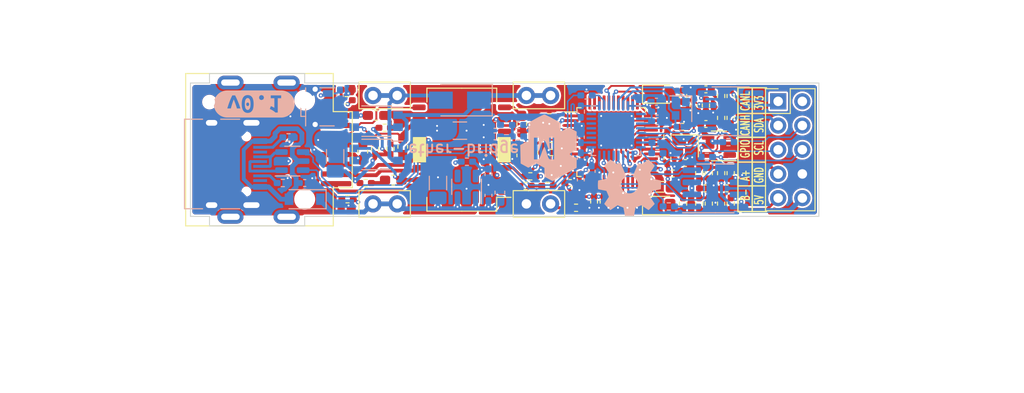
<source format=kicad_pcb>
(kicad_pcb (version 20211014) (generator pcbnew)
  (layers (0 "F.Cu" signal) (1 "In1.Cu" power) (2 "In2.Cu" power) (3 "In3.Cu" signal) (4 "In4.Cu" power) (31 "B.Cu" signal) (34 "B.Paste" user) (35 "F.Paste" user) (36 "B.SilkS" user "B.Silkscreen") (37 "F.SilkS" user "F.Silkscreen") (38 "B.Mask" user) (39 "F.Mask" user) (44 "Edge.Cuts" user))
  (net 0 "")
  (net 1 "/uC/EN")
  (net 2 "/uC/IO9{slash}BOOT{slash}MOD")
  (net 3 "/uC/XTAL_N")
  (net 4 "/uC/XTAL_P")
  (net 5 "/uC/VBUS")
  (net 6 "/uC/CC1")
  (net 7 "/uC/DE_P")
  (net 8 "/uC/DE_N")
  (net 9 "/uC/CC2")
  (net 10 "/uC/DP_N")
  (net 11 "/uC/USB_N")
  (net 12 "/uC/DP_P")
  (net 13 "/uC/USB_P")
  (net 14 "GND")
  (net 15 "3V3")
  (net 16 "5V")
  (net 17 "SDA")
  (net 18 "SCL")
  (net 19 "/PSU/POE+")
  (net 20 "/PSU/POE-")
  (net 21 "/ETH/B")
  (net 22 "/ETH/TERM_COM")
  (net 23 "/ETH/ETH_GND")
  (net 24 "/ETH/A")
  (net 25 "/ETH/3V3A")
  (net 26 "/ETH/D")
  (net 27 "/ETH/C")
  (net 28 "/ETH/PHY_TX_N")
  (net 29 "/ETH/PHY_TX_P")
  (net 30 "/ETH/PHY_RX_N")
  (net 31 "/ETH/PHY_RX_P")
  (net 32 "/ETH/CLK")
  (net 33 "/ETH/MISO")
  (net 34 "/ETH/MOSI")
  (net 35 "/ETH/INT")
  (net 36 "/ETH/RST")
  (net 37 "/ETH/PHY_RXM_P")
  (net 38 "/ETH/PHY_RXC_P")
  (net 39 "/ETH/PHY_RXM_N")
  (net 40 "/ETH/PHY_RXC_N")
  (net 41 "/ETH/PHY_TXM_N")
  (net 42 "/ETH/PHY_TXM_P")
  (net 43 "/PSU/ADJ")
  (net 44 "/ETH/XO")
  (net 45 "/ETH/XI")
  (net 46 "/ETH/TOCAP")
  (net 47 "/ETH/1V2")
  (net 48 "/ETH/EXRES1")
  (net 49 "/uC/VDD_SPI")
  (net 50 "/RS485_RX5")
  (net 51 "RS485_RX")
  (net 52 "RS485_B")
  (net 53 "RS485_A")
  (net 54 "CANH")
  (net 55 "CANL")
  (net 56 "CAN_RX")
  (net 57 "/CAN_RX5")
  (net 58 "RS485_TX")
  (net 59 "CAN_TX")
  (net 60 "/CAN_SPLIT")
  (net 61 "/B")
  (net 62 "/A")
  (net 63 "GPIO")
  (net 64 "/ETH/SPD_LED")
  (net 65 "/ETH/ACT_LED")
  (net 66 "Net-(C5-Pad1)")
  (net 67 "Net-(C10-Pad2)")
  (net 68 "Net-(C11-Pad2)")
  (net 69 "Net-(C12-Pad2)")
  (net 70 "Net-(C15-Pad2)")
  (net 71 "Net-(C19-Pad1)")
  (net 72 "Net-(D1-Pad2)")
  (net 73 "Net-(D2-Pad2)")
  (net 74 "Net-(D6-Pad2)")
  (net 75 "Net-(D7-Pad2)")
  (net 76 "Net-(J2-Pad6)")
  (net 77 "Net-(J2-Pad3)")
  (net 78 "Net-(J2-Pad2)")
  (net 79 "Net-(J2-Pad1)")
  (footprint "Capacitor_SMD:C_0402_1005Metric_Pad0.74x0.62mm_HandSolder" (layer "F.Cu") (at 161.655 88.5375 -90)
    (fp_text reference "C22" hide)
    (fp_text value "100n")
  )
  (footprint "Capacitor_SMD:C_0603_1608Metric_Pad1.08x0.95mm_HandSolder" (layer "F.Cu") (at 153.0625 83.6375 90)
    (fp_text reference "C17" hide)
    (fp_text value "6n8")
  )
  (footprint "Resistor_SMD:R_0402_1005Metric_Pad0.72x0.64mm_HandSolder" (layer "F.Cu") (at 158.7625 89.1375 180)
    (fp_text reference "R17" hide)
    (fp_text value "470k")
  )
  (footprint "Resistor_SMD:R_0402_1005Metric_Pad0.72x0.64mm_HandSolder" (layer "F.Cu") (at 168.355 81.6375 -90)
    (fp_text reference "R33" hide)
    (fp_text value "1M")
  )
  (footprint "Resistor_SMD:R_0402_1005Metric_Pad0.72x0.64mm_HandSolder" (layer "F.Cu") (at 154.3625 83.3375 90)
    (fp_text reference "R32" hide)
    (fp_text value "33R")
  )
  (footprint "Resistor_SMD:R_0402_1005Metric_Pad0.72x0.64mm_HandSolder" (layer "F.Cu") (at 172.7 85.5 90)
    (fp_text reference "R12" hide)
    (fp_text value "120R")
  )
  (footprint "LED_SMD:LED_0402_1005Metric_Pad0.77x0.64mm_HandSolder" (layer "F.Cu") (at 134.6625 76.7375 180)
    (fp_text reference "D6" hide)
    (fp_text value "GREEN")
  )
  (footprint "Resistor_SMD:R_0402_1005Metric_Pad0.72x0.64mm_HandSolder" (layer "F.Cu") (at 155.76 86.8375)
    (fp_text reference "R30" hide)
    (fp_text value "33R")
  )
  (footprint "Resistor_SMD:R_0402_1005Metric_Pad0.72x0.64mm_HandSolder" (layer "F.Cu") (at 174 85.5 -90)
    (fp_text reference "R10" hide)
    (fp_text value "10k")
  )
  (footprint "Resistor_SMD:R_0402_1005Metric_Pad0.72x0.64mm_HandSolder" (layer "F.Cu") (at 154.3625 80.9375 -90)
    (fp_text reference "R31" hide)
    (fp_text value "33R")
  )
  (footprint "-local:PSU_DP9900LP" (layer "F.Cu") (at 146.7625 83.0375)
    (fp_text reference "U4" hide)
    (fp_text value "DP9900")
  )
  (footprint "Package_QFP:LQFP-48_7x7mm_P0.5mm" (layer "F.Cu") (at 162.455 82.2375)
    (fp_text reference "U6" hide)
    (fp_text value "W5500")
  )
  (footprint "Capacitor_SMD:C_0402_1005Metric_Pad0.74x0.62mm_HandSolder" (layer "F.Cu") (at 160.655 88.5375 -90)
    (fp_text reference "C21" hide)
    (fp_text value "100n")
  )
  (footprint "Capacitor_SMD:C_0402_1005Metric_Pad0.74x0.62mm_HandSolder" (layer "F.Cu") (at 164.655 88.5375 -90)
    (fp_text reference "C26" hide)
    (fp_text value "100n")
  )
  (footprint "Capacitor_SMD:C_0603_1608Metric_Pad1.08x0.95mm_HandSolder" (layer "F.Cu") (at 153.0625 80.3375 -90)
    (fp_text reference "C18" hide)
    (fp_text value "6n8")
  )
  (footprint "Capacitor_SMD:C_0603_1608Metric_Pad1.08x0.95mm_HandSolder" (layer "F.Cu") (at 140.5625 82.7375 -90)
    (fp_text reference "C12" hide)
    (fp_text value "22n/100v")
  )
  (footprint "Resistor_SMD:R_0402_1005Metric_Pad0.72x0.64mm_HandSolder" (layer "F.Cu") (at 139.2625 82.9375 90)
    (fp_text reference "R20" hide)
    (fp_text value "75R")
  )
  (footprint "Resistor_SMD:R_0402_1005Metric_Pad0.72x0.64mm_HandSolder" (layer "F.Cu") (at 175 79.6975 90)
    (fp_text reference "R7" hide)
    (fp_text value "120R")
  )
  (footprint "Capacitor_SMD:C_0603_1608Metric_Pad1.08x0.95mm_HandSolder" (layer "F.Cu") (at 136.3625 83.2375 90)
    (fp_text reference "C11" hide)
    (fp_text value "22n/100v")
  )
  (footprint "-local:Transformer_Ethernet_SO-16_7.11x12.7mm" (layer "F.Cu") (at 146.7625 83.0375 180)
    (fp_text reference "TR1" hide)
    (fp_text value "CND-tek-H1102N")
  )
  (footprint "Resistor_SMD:R_0402_1005Metric_Pad0.72x0.64mm_HandSolder" (layer "F.Cu") (at 153.9625 85.8375)
    (fp_text reference "R23" hide)
    (fp_text value "49R9")
  )
  (footprint "Connector_PinHeader_2.54mm:PinHeader_2x05_P2.54mm_Vertical" (layer "F.Cu") (at 179.9875 77.9625)
    (fp_text reference "J1" hide)
    (fp_text value "2x5")
  )
  (footprint "Resistor_SMD:R_0402_1005Metric_Pad0.72x0.64mm_HandSolder" (layer "F.Cu") (at 138.6625 80.7375)
    (fp_text reference "R18" hide)
    (fp_text value "75R")
  )
  (footprint "-local:RJ45_FG_RJ-064-1" (layer "F.Cu") (at 130.2625 83.0375 -90)
    (fp_text reference "J2" hide)
    (fp_text value "RJ45_Shielded")
  )
  (footprint "Capacitor_SMD:C_0402_1005Metric_Pad0.74x0.62mm_HandSolder" (layer "F.Cu") (at 155.955 80.9375 180)
    (fp_text reference "C28" hide)
    (fp_text value "100n")
  )
  (footprint "Capacitor_SMD:C_0402_1005Metric_Pad0.74x0.62mm_HandSolder" (layer "F.Cu") (at 172.4 80.3375)
    (fp_text reference "C1" hide)
    (fp_text value "100n")
  )
  (footprint "Capacitor_SMD:C_0402_1005Metric_Pad0.74x0.62mm_HandSolder" (layer "F.Cu") (at 168.955 85.5375)
    (fp_text reference "C30" hide)
    (fp_text value "10u/6v3")
  )
  (footprint "LED_SMD:LED_0402_1005Metric_Pad0.77x0.64mm_HandSolder" (layer "F.Cu") (at 134.6625 89.3375 180)
    (fp_text reference "D7" hide)
    (fp_text value "GREEN")
  )
  (footprint "Package_TO_SOT_SMD:SOT-23-6" (layer "F.Cu") (at 173.7625 82.6375 180)
    (fp_text reference "U1" hide)
    (fp_text value "GX101")
  )
  (footprint "-local:Crystal_SMD_2016-4Pin_2.0x1.6mm" (layer "F.Cu") (at 170.255 82.6375 180)
    (fp_text reference "Y1" hide)
    (fp_text value "25MHz")
  )
  (footprint "Capacitor_SMD:C_0402_1005Metric" (layer "F.Cu") (at 170.255 84.4375)
    (fp_text reference "C32" hide)
    (fp_text value "10p")
  )
  (footprint "Resistor_SMD:R_0402_1005Metric_Pad0.72x0.64mm_HandSolder" (layer "F.Cu") (at 174 79.7 90)
    (fp_text reference "R13" hide)
    (fp_text value "120R")
  )
  (footprint "Capacitor_SMD:C_0603_1608Metric_Pad1.08x0.95mm_HandSolder" (layer "F.Cu") (at 139.5625 86.2375 180)
    (fp_text reference "C15" hide)
    (fp_text value "22n/100v")
  )
  (footprint "Capacitor_SMD:C_0402_1005Metric_Pad0.74x0.62mm_HandSolder" (layer "F.Cu") (at 174.6 87.1)
    (fp_text reference "C2" hide)
    (fp_text value "100n")
  )
  (footprint "Capacitor_SMD:C_0402_1005Metric_Pad0.74x0.62mm_HandSolder" (layer "F.Cu") (at 163.655 88.5375 -90)
    (fp_text reference "C23" hide)
    (fp_text value "100n")
  )
  (footprint "Resistor_SMD:R_0402_1005Metric_Pad0.72x0.64mm_HandSolder" (layer "F.Cu") (at 174 88.7 -90)
    (fp_text reference "R9" hide)
    (fp_text value "10k")
  )
  (footprint "Capacitor_SMD:C_0402_1005Metric_Pad0.74x0.62mm_HandSolder" (layer "F.Cu") (at 171.1 78.4 -90)
    (fp_text reference "C3" hide)
    (fp_text value "100n")
  )
  (footprint "Capacitor_SMD:C_0402_1005Metric_Pad0.74x0.62mm_HandSolder" (layer "F.Cu") (at 158.155 86.5375)
    (fp_text reference "C20" hide)
    (fp_text value "10u/6v3")
  )
  (footprint "LED_SMD:LED_0805_2012Metric_Pad1.15x1.40mm_HandSolder" (layer "F.Cu") (at 167.6 77.2)
    (fp_text reference "D1" hide)
    (fp_text value "GREEN")
  )
  (footprint "Resistor_SMD:R_0402_1005Metric_Pad0.72x0.64mm_HandSolder" (layer "F.Cu") (at 175 77.4 90)
    (fp_text reference "R8" hide)
    (fp_text value "120R")
  )
  (footprint "Resistor_SMD:R_0402_1005Metric_Pad0.72x0.64mm_HandSolder" (layer "F.Cu") (at 175 85.5 -90)
    (fp_text reference "R6" hide)
    (fp_text value "10R")
  )
  (footprint "Resistor_SMD:R_0402_1005Metric_Pad0.72x0.64mm_HandSolder" (layer "F.Cu") (at 172.7 88.7 90)
    (fp_text reference "R11" hide)
    (fp_text value "120R")
  )
  (footprint "Resistor_SMD:R_0402_1005Metric_Pad0.72x0.64mm_HandSolder" (layer "F.Cu") (at 172.4 78.4 90)
    (fp_text reference "R3" hide)
    (fp_text value "4k7")
  )
  (footprint "Resistor_SMD:R_0402_1005Metric_Pad0.72x0.64mm_HandSolder" (layer "F.Cu") (at 171.7 88.7 90)
    (fp_text reference "R15" hide)
    (fp_text value "120R")
  )
  (footprint "-local:toolhole" (layer "F.Cu") (at 120.2625 78.0375)
    (fp_text reference "REF**" hide)
    (fp_text value "toolhole" hide)
  )
  (footprint "Capacitor_SMD:C_0402_1005Metric_Pad0.74x0.62mm_HandSolder" (layer "F.Cu") (at 172.3 87.1)
    (fp_text reference "C5" hide)
    (fp_text value "100n")
  )
  (footprint "Resistor_SMD:R_0402_1005Metric_Pad0.72x0.64mm_HandSolder" (layer "F.Cu") (at 153.4625 86.8375 180)
    (fp_text reference "R22" hide)
    (fp_text value "49R9")
  )
  (footprint "Resistor_SMD:R_0402_1005Metric_Pad0.72x0.64mm_HandSolder" (layer "F.Cu") (at 134.7625 88.2375 180)
    (fp_text reference "R27" hide)
    (fp_text value "4k7")
  )
  (footprint "Capacitor_SMD:C_0402_1005Metric_Pad0.74x0.62mm_HandSolder" (layer "F.Cu") (at 162.655 88.5375 -90)
    (fp_text reference "C24" hide)
    (fp_text value "4u7")
  )
  (footprint "Capacitor_SMD:C_0402_1005Metric_Pad0.74x0.62mm_HandSolder" (layer "F.Cu") (at 168.355 83.9375 90)
    (fp_text reference "C29" hide)
    (fp_text value "100n")
  )
  (footprint "Capacitor_SMD:C_0603_1608Metric_Pad1.08x0.95mm_HandSolder" (layer "F.Cu") (at 137.7625 79.4375)
    (fp_text reference "C10" hide)
    (fp_text value "22n/100v")
  )
  (footprint "Resistor_SMD:R_0402_1005Metric_Pad0.72x0.64mm_HandSolder" (layer "F.Cu") (at 134.6625 77.8375 180)
    (fp_text reference "R26" hide)
    (fp_text value "4k7")
  )
  (footprint "Resistor_SMD:R_0402_1005Metric_Pad0.72x0.64mm_HandSolder" (layer "F.Cu") (at 156.155 84.0375)
    (fp_text reference "R28" hide)
    (fp_text value "12k4")
  )
  (footprint "Resistor_SMD:R_0402_1005Metric_Pad0.72x0.64mm_HandSolder" (layer "F.Cu") (at 171.7 85.5 90)
    (fp_text reference "R16" hide)
    (fp_text value "120R")
  )
  (footprint "Resistor_SMD:R_0402_1005Metric_Pad0.72x0.64mm_HandSolder" (layer "F.Cu") (at 170 77.4 -90)
    (fp_text reference "R1" hide)
    (fp_text value "10k")
  )
  (footprint "LED_SMD:LED_0805_2012Metric_Pad1.15x1.40mm_HandSolder" (layer "F.Cu") (at 167.6 88.9)
    (fp_text reference "D2" hide)
    (fp_text value "GREEN")
  )
  (footprint "Capacitor_SMD:C_0402_1005Metric_Pad0.74x0.62mm_HandSolder" (layer "F.Cu") (at 172.4 76.7 180)
    (fp_text reference "C4" hide)
    (fp_text value "100n")
  )
  (footprint "Capacitor_SMD:C_0402_1005Metric" (layer "F.Cu") (at 169.9625 80.6375)
    (fp_text reference "C31" hide)
    (fp_text value "10p")
  )
  (footprint "Resistor_SMD:R_0402_1005Metric_Pad0.72x0.64mm_HandSolder" (layer "F.Cu") (at 175 88.7 90)
    (fp_text reference "R5" hide)
    (fp_text value "10R")
  )
  (footprint "Resistor_SMD:R_0402_1005Metric_Pad0.72x0.64mm_HandSolder" (layer "F.Cu") (at 174 77.4 90)
    (fp_text reference "R14" hide)
    (fp_text value "120R")
  )
  (footprint "Capacitor_SMD:C_0402_1005Metric_Pad0.74x0.62mm_HandSolder" (layer "F.Cu") (at 156.155 82.6375 180)
    (fp_text reference "C25" hide)
    (fp_text value "100n")
  )
  (footprint "Resistor_SMD:R_0402_1005Metric_Pad0.72x0.64mm_HandSolder" (layer "F.Cu") (at 155.9625 79.6375)
    (fp_text reference "R29" hide)
    (fp_text value "33R")
  )
  (footprint "Resistor_SMD:R_0402_1005Metric_Pad0.72x0.64mm_HandSolder" (layer "F.Cu") (at 136.6625 86.5375)
    (fp_text reference "R21" hide)
    (fp_text value "75R")
  )
  (footprint "Resistor_SMD:R_0402_1005Metric_Pad0.72x0.64mm_HandSolder" (layer "F.Cu") (at 170 88.7 -90)
    (fp_text reference "R2" hide)
    (fp_text value "4k7")
  )
  (footprint "Capacitor_SMD:C_0402_1005Metric_Pad0.74x0.62mm_HandSolder" (layer "F.Cu") (at 156.155 85.0375 180)
    (fp_text reference "C27" hide)
    (fp_text value "100n")
  )
  (footprint "Resistor_SMD:R_0402_1005Metric_Pad0.72x0.64mm_HandSolder" (layer "F.Cu") (at 137.6625 82.9375 90)
    (fp_text reference "R19" hide)
    (fp_text value "75R")
  )
  (footprint "Inductor_SMD:L_0805_2012Metric_Pad1.05x1.20mm_HandSolder" (layer "F.Cu") (at 167.555 86.9375)
    (fp_text reference "FB1" hide)
    (fp_text value "600R@100MHz")
  )
  (footprint "-local:logo_kms_small_silkscreen" (layer "B.Cu") (at 155.441795 82.8736)
    (fp_text reference "G2" hide)
    (fp_text value "LOGO_KMS" hide)
  )
  (footprint "Diode_SMD:D_SMA" (layer "B.Cu") (at 146.5625 77.8375 180)
    (fp_text reference "D5" hide)
    (fp_text value "SMAJ58A")
  )
  (footprint "Resistor_SMD:R_0402_1005Metric_Pad0.72x0.64mm_HandSolder" (layer "B.Cu") (at 152.6625 81.6375)
    (fp_text reference "R24" hide)
    (fp_text value "49R9")
  )
  (footprint "Capacitor_SMD:C_0402_1005Metric" (layer "B.Cu") (at 169.8625 76.8375)
    (fp_text reference "C33" hide)
    (fp_text value "10p")
  )
  (footprint "Symbol:OSHW-Symbol_6.7x6mm_SilkScreen" (layer "B.Cu") (at 164.3625 87.0375)
    (fp_text reference "G1" hide)
    (fp_text value "Logo_Open_Hardware_Large" hide)
  )
  (footprint "Capacitor_SMD:C_0402_1005Metric_Pad0.74x0.62mm_HandSolder" (layer "B.Cu") (at 167.2625 80.0375)
    (fp_text reference "C41" hide)
    (fp_text value "100n")
  )
  (footprint "Resistor_SMD:R_0402_1005Metric_Pad0.72x0.64mm_HandSolder" (layer "B.Cu") (at 159.8625 77.3375)
    (fp_text reference "R41" hide)
    (fp_text value "22R")
  )
  (footprint "Capacitor_SMD:C_1206_3216Metric_Pad1.33x1.80mm_HandSolder" (layer "B.Cu") (at 133.4625 83.7375 90)
    (fp_text reference "C13" hide)
    (fp_text value "1n/2kv")
  )
  (footprint "Capacitor_SMD:C_0402_1005Metric_Pad0.74x0.62mm_HandSolder" (layer "B.Cu") (at 159.2625 81.7375 90)
    (fp_text reference "C45" hide)
    (fp_text value "100n")
  )
  (footprint "Capacitor_SMD:C_0402_1005Metric_Pad0.74x0.62mm_HandSolder" (layer "B.Cu") (at 150.2625 80.4375 180)
    (fp_text reference "C16" hide)
    (fp_text value "100n")
  )
  (footprint "-local:Crystal_SMD_2016-4Pin_2.0x1.6mm" (layer "B.Cu") (at 169.7625 78.7375 -90)
    (fp_text reference "Y2" hide)
    (fp_text value "40MHz")
  )
  (footprint "Capacitor_SMD:C_1206_3216Metric_Pad1.33x1.80mm_HandSolder" (layer "B.Cu") (at 144.2625 86.5375 90)
    (fp_text reference "C6" hide)
    (fp_text value "100u/10v")
  )
  (footprint "Resistor_SMD:R_0402_1005Metric_Pad0.72x0.64mm_HandSolder" (layer "B.Cu") (at 147.3 84.3 180)
    (fp_text reference "R36" hide)
    (fp_text value "4k7")
  )
  (footprint "Package_TO_SOT_SMD:SOT-23-6" (layer "B.Cu") (at 128.9625 84.2375)
    (fp_text reference "U7" hide)
    (fp_text value "USBLC6-2SC6")
  )
  (footprint "Resistor_SMD:R_0402_1005Metric_Pad0.72x0.64mm_HandSolder" (layer "B.Cu") (at 152.6625 80.4375)
    (fp_text reference "R25" hide)
    (fp_text value "49R9")
  )
  (footprint "Capacitor_SMD:C_0402_1005Metric_Pad0.74x0.62mm_HandSolder" (layer "B.Cu") (at 133.9625 77.3375 90)
    (fp_text reference "C36" hide)
    (fp_text value "100n")
  )
  (footprint "Capacitor_SMD:C_0402_1005Metric_Pad0.74x0.62mm_HandSolder" (layer "B.Cu") (at 167.3 82.3 180)
    (fp_text reference "C35" hide)
    (fp_text value "100n")
  )
  (footprint "-local:USB_C_Receptacle_HRO_TYPE-C-31-M-12" (layer "B.Cu") (at 122.9625 84.5375 90)
    (fp_text reference "J3" hide)
    (fp_text value "USB_C_Receptacle_USB2.0")
  )
  (footprint "Capacitor_SMD:C_1206_3216Metric_Pad1.33x1.80mm_HandSolder" (layer "B.Cu") (at 146.5625 81.0375)
    (fp_text reference "C14" hide)
    (fp_text value "4n7/2kv")
  )
  (footprint "Capacitor_SMD:C_0402_1005Metric_Pad0.74x0.62mm_HandSolder" (layer "B.Cu") (at 150.2625 81.6375 180)
    (fp_text reference "C19" hide)
    (fp_text value "100n")
  )
  (footprint "Capacitor_SMD:C_0402_1005Metric_Pad0.74x0.62mm_HandSolder" (layer "B.Cu") (at 160.4 85.3 90)
    (fp_text reference "C40" hide)
    (fp_text value "1u")
  )
  (footprint "Resistor_SMD:R_0402_1005Metric_Pad0.72x0.64mm_HandSolder" (layer "B.Cu") (at 174.7625 82.2375)
    (fp_text reference "R34" hide)
    (fp_text value "4k7")
  )
  (footprint "Capacitor_SMD:C_0603_1608Metric_Pad1.08x0.95mm_HandSolder" (layer "B.Cu") (at 150.7625 87.5375 90)
    (fp_text reference "C7" hide)
    (fp_text value "10u/10v")
  )
  (footprint "Resistor_SMD:R_0402_1005Metric_Pad0.72x0.64mm_HandSolder" (layer "B.Cu") (at 167.3 83.4 180)
    (fp_text reference "R37" hide)
    (fp_text value "4k7")
  )
  (footprint "Capacitor_SMD:C_0402_1005Metric_Pad0.74x0.62mm_HandSolder" (layer "B.Cu") (at 167.2625 79.0375)
    (fp_text reference "C44" hide)
    (fp_text value "100n")
  )
  (footprint "Diode_SMD:Diode_Bridge_Diotec_MicroDil_3.0x3.0x1.8mm" (layer "B.Cu") (at 137.7625 80.0375 180)
    (fp_text reference "D4" hide)
    (fp_text value "D_Bridge_+-AA")
  )
  (footprint "Diode_SMD:Diode_Bridge_Diotec_MicroDil_3.0x3.0x1.8mm" (layer "B.Cu") (at 137.7625 83.5375 180)
    (fp_text reference "D3" hide)
    (fp_text value "D_Bridge_+-AA")
  )
  (footprint "Capacitor_SMD:C_0402_1005Metric_Pad0.74x0.62mm_HandSolder" (layer "B.Cu") (at 159.2625 86.2 90)
    (fp_text reference "C39" hide)
    (fp_text value "10u/6v3")
  )
  (footprint "Resistor_SMD:R_0402_1005Metric_Pad0.72x0.64mm_HandSolder" (layer "B.Cu") (at 168.5 89 180)
    (fp_text reference "R4" hide)
    (fp_text value "4k7")
  )
  (footprint "Capacitor_SMD:C_0402_1005Metric_Pad0.74x0.62mm_HandSolder" (layer "B.Cu") (at 164.4 85.1375)
    (fp_text reference "C42" hide)
    (fp_text value "100n")
  )
  (footprint "Resistor_SMD:R_0402_1005Metric_Pad0.72x0.64mm_HandSolder" (layer "B.Cu") (at 159.2625 79.0375 90)
    (fp_text reference "R40" hide)
    (fp_text value "22R")
  )
  (footprint "Package_SO:SOIC-8_3.9x4.9mm_P1.27mm" (layer "B.Cu") (at 175 79)
    (fp_text reference "U3" hide)
    (fp_text value "XL1050")
  )
  (footprint "-local:tiny-btn" (layer "B.Cu") (at 131.3625 78.5375 -90)
    (fp_text reference "SW1" hide)
    (fp_text value "MOD")
  )
  (footprint "Capacitor_SMD:C_0402_1005Metric_Pad0.74x0.62mm_HandSolder" (layer "B.Cu") (at 130.2625 86.5375 180)
    (fp_text reference "C37" hide)
    (fp_text value "100n")
  )
  (footprint "Diode_SMD:D_SOD-123" (layer "B.Cu") (at 130.2625 88.2375 180)
    (fp_text reference "D8" hide)
    (fp_text value "B5819W")
  )
  (footprint "Capacitor_SMD:C_0402_1005Metric_Pad0.74x0.62mm_HandSolder" (layer "B.Cu") (at 167.2 78 180)
    (fp_text reference "C38" hide)
    (fp_text value "10u/6v3")
  )
  (footprint "Package_SO:SOIC-8_3.9x4.9mm_P1.27mm" (layer "B.Cu") (at 173.4 87.1)
    (fp_text reference "U2" hide)
    (fp_text value "MAX13487E")
  )
  (footprint "kibuzzard-6862F65F" (layer "B.Cu") (at 124.9625 78.2375)
    (fp_text reference "kibuzzard-6862F65F" hide)
    (fp_text value "G***" hide)
  )
  (footprint "-local:QFN-32-1EP_5x5mm_P0.5mm_EP3.65x3.65mm" (layer "B.Cu") (at 162.9625 81.037493 180)
    (fp_text reference "U8" hide)
    (fp_text value "esp32-C3FH4X")
  )
  (footprint "Capacitor_SMD:C_0402_1005Metric_Pad0.74x0.62mm_HandSolder" (layer "B.Cu") (at 159.2625 83.9375 -90)
    (fp_text reference "C43" hide)
    (fp_text value "100n")
  )
  (footprint "Capacitor_SMD:C_0402_1005Metric_Pad0.74x0.62mm_HandSolder" (layer "B.Cu") (at 149.5625 87.8375 90)
    (fp_text reference "C8" hide)
    (fp_text value "100n")
  )
  (footprint "Resistor_SMD:R_0402_1005Metric_Pad0.72x0.64mm_HandSolder" (layer "B.Cu") (at 128.5625 81.7375 180)
    (fp_text reference "R39" hide)
    (fp_text value "4k7")
  )
  (footprint "Capacitor_SMD:C_0402_1005Metric_Pad0.74x0.62mm_HandSolder" (layer "B.Cu") (at 149.5625 85.6375 -90)
    (fp_text reference "C9" hide)
    (fp_text value "10u/6v3")
  )
  (footprint "Package_TO_SOT_SMD:SOT-23-5" (layer "B.Cu") (at 147.2625 86.9375 90)
    (fp_text reference "U5" hide)
    (fp_text value "ME6211C33")
  )
  (footprint "Capacitor_SMD:C_0402_1005Metric" (layer "B.Cu") (at 169.7625 80.6375)
    (fp_text reference "C34" hide)
    (fp_text value "10p")
  )
  (footprint "Resistor_SMD:R_0402_1005Metric_Pad0.72x0.64mm_HandSolder" (layer "B.Cu") (at 172.5 83.8)
    (fp_text reference "R35" hide)
    (fp_text value "4k7")
  )
  (footprint "Resistor_SMD:R_0402_1005Metric_Pad0.72x0.64mm_HandSolder" (layer "B.Cu") (at 127.9625 86.5375)
    (fp_text reference "R38" hide)
    (fp_text value "4k7")
  )
  (gr_line (start 177.2625 76.5375) (end 177.2625 89.5375) (layer "F.SilkS") (width 0.15))
  (gr_line (start 178.6625 86.8375) (end 175.7625 86.8375) (layer "F.SilkS") (width 0.15))
  (gr_line (start 175.7625 89.5375) (end 175.7625 76.5375) (layer "F.SilkS") (width 0.15))
  (gr_line (start 178.6575 84.3425) (end 175.7625 84.3375) (layer "F.SilkS") (width 0.15))
  (gr_line (start 177.2625 89.5375) (end 178.7625 89.5375) (layer "F.SilkS") (width 0.15))
  (gr_line (start 178.6625 81.7375) (end 175.7625 81.7375) (layer "F.SilkS") (width 0.15))
  (gr_line (start 177.2625 89.5375) (end 175.7625 89.5375) (layer "F.SilkS") (width 0.15))
  (gr_line (start 178.6575 79.2325) (end 175.7625 79.2375) (layer "F.SilkS") (width 0.15))
  (gr_line (start 175.7625 76.5375) (end 178.7625 76.5375) (layer "F.SilkS") (width 0.15))
  (gr_line (start 178.6575 77.9625) (end 178.6575 79.2325) (layer "F.SilkS") (width 0.15))
  (gr_line (start 120.2625 76.0375) (end 120.2625 75.0375) (layer "Edge.Cuts") (width 0.1))
  (gr_line locked (start 184.2625 76.0375) (end 184.2625 90.0375) (layer "Edge.Cuts") (width 0.1))
  (gr_line (start 184.2625 90.0375) (end 130.2625 90.0375) (layer "Edge.Cuts") (width 0.1))
  (gr_line (start 130.2625 75.0375) (end 130.2625 76.0375) (layer "Edge.Cuts") (width 0.1))
  (gr_line (start 130.2625 76.0375) (end 184.2625 76.0375) (layer "Edge.Cuts") (width 0.1))
  (gr_line (start 120.2625 75.0375) (end 130.2625 75.0375) (layer "Edge.Cuts") (width 0.1))
  (gr_line (start 118.2625 90.0375) (end 120.2625 90.0375) (layer "Edge.Cuts") (width 0.1))
  (gr_line (start 120.2625 76.0375) (end 118.2625 76.0375) (layer "Edge.Cuts") (width 0.1))
  (gr_line (start 120.2625 91.0375) (end 130.2625 91.0375) (layer "Edge.Cuts") (width 0.1))
  (gr_line locked (start 118.2625 90.0375) (end 118.2625 76.0375) (layer "Edge.Cuts") (width 0.1))
  (gr_line (start 130.2625 91.0375) (end 130.2625 90.0375) (layer "Edge.Cuts") (width 0.1))
  (gr_line (start 120.2625 90.0375) (end 120.2625 91.0375) (layer "Edge.Cuts") (width 0.1))
  (gr_text "ether-bridge" (at 146.9625 83.0375 180) (layer "B.SilkS") (effects (font (size 1.2 1.2) (thickness 0.2)) (justify mirror)))
  (gr_text "   B-  A+   GPIO CANH CANL\n  5V   GND   SCL  SDA  3V3" (at 177.2625 89.7375 90) (layer "F.SilkS") (effects (font (size 0.9 0.55) (thickness 0.1375)) (justify left)))
  (segment (start 166.7025 82.33) (end 166.7325 82.3) (width 0.2) (layer "B.Cu") (net 1))
  (segment (start 166.719993 82.287493) (end 166.7325 82.3) (width 0.2) (layer "B.Cu") (net 1))
  (segment (start 166.7025 83.4) (end 166.7025 82.33) (width 0.2) (layer "B.Cu") (net 1))
  (segment (start 165.5625 82.287493) (end 166.719993 82.287493) (width 0.2) (layer "B.Cu") (net 1))
  (via (at 146.1 84.4) (size 0.45) (drill 0.2) (layers "F.Cu" "B.Cu") (net 2))
  (via (at 161.667 84.4375) (size 0.45) (drill 0.2) (layers "F.Cu" "B.Cu") (net 2))
  (via (at 131.9625 77.3375) (size 0.45) (drill 0.2) (layers "F.Cu" "B.Cu") (net 2))
  (segment (start 146.7025 84.3) (end 146.2 84.3) (width 0.3) (layer "B.Cu") (net 2))
  (segment (start 131.9625 77.3375) (end 132.4125 77.3375) (width 0.2) (layer "B.Cu") (net 2))
  (segment (start 133.595 77.1375) (end 133.9625 76.77) (width 0.2) (layer "B.Cu") (net 2))
  (segment (start 132.4125 77.3375) (end 132.6125 77.1375) (width 0.2) (layer "B.Cu") (net 2))
  (segment (start 161.667 84.4375) (end 161.7125 84.392) (width 0.16) (layer "B.Cu") (net 2))
  (segment (start 132.6125 77.1375) (end 133.595 77.1375) (width 0.2) (layer "B.Cu") (net 2))
  (segment (start 146.2 84.3) (end 146.1 84.4) (width 0.3) (layer "B.Cu") (net 2))
  (segment (start 161.7125 84.392) (end 161.7125 83.637493) (width 0.16) (layer "B.Cu") (net 2))
  (segment (start 170.3125 77.830967) (end 169.319033 76.8375) (width 0.2) (layer "B.Cu") (net 3))
  (segment (start 169.319033 76.8375) (end 169.195 76.8375) (width 0.2) (layer "B.Cu") (net 3))
  (segment (start 164.487341 76.5) (end 163.2125 77.774841) (width 0.2) (layer "B.Cu") (net 3))
  (segment (start 169.195 76.8375) (end 168.8575 76.5) (width 0.2) (layer "B.Cu") (net 3))
  (segment (start 168.8575 76.5) (end 164.487341 76.5) (width 0.2) (layer "B.Cu") (net 3))
  (segment (start 163.2125 77.774841) (end 163.2125 78.437493) (width 0.2) (layer "B.Cu") (net 3))
  (segment (start 170.3125 78.0375) (end 170.3125 77.830967) (width 0.2) (layer "B.Cu") (net 3))
  (segment (start 164.737341 76.9) (end 163.7125 77.924841) (width 0.2) (layer "B.Cu") (net 4))
  (segment (start 168 76.9) (end 164.737341 76.9) (width 0.2) (layer "B.Cu") (net 4))
  (segment (start 169.195 79.455) (end 169.2125 79.4375) (width 0.2) (layer "B.Cu") (net 4))
  (segment (start 168.5125 78.7375) (end 168.5125 77.4125) (width 0.2) (layer "B.Cu") (net 4))
  (segment (start 169.195 80.6375) (end 169.195 79.455) (width 0.2) (layer "B.Cu") (net 4))
  (segment (start 168.5125 77.4125) (end 168 76.9) (width 0.2) (layer "B.Cu") (net 4))
  (segment (start 163.7125 77.924841) (end 163.7125 78.437493) (width 0.2) (layer "B.Cu") (net 4))
  (segment (start 169.2125 79.4375) (end 168.5125 78.7375) (width 0.2) (layer "B.Cu") (net 4))
  (segment (start 127.1575 81.6425) (end 127.1575 81.32483) (width 0.5) (layer "B.Cu") (net 5))
  (segment (start 129.3675 86.95017) (end 129.3675 85.966028) (width 0.5) (layer "B.Cu") (net 5))
  (segment (start 127.64483 80.8375) (end 129.48017 80.8375) (width 0.5) (layer "B.Cu") (net 5))
  (segment (start 129.6625 82.5375) (end 129.338972 82.5375) (width 0.5) (layer "B.Cu") (net 5))
  (segment (start 125.5825 82.1375) (end 124.7625 82.1375) (width 0.4) (layer "B.Cu") (net 5))
  (segment (start 128.9625 82.913972) (end 128.9625 83.661028) (width 0.5) (layer "B.Cu") (net 5))
  (segment (start 129.538972 84.2375) (end 130.1 84.2375) (width 0.5) (layer "B.Cu") (net 5))
  (segment (start 123.8625 83.0375) (end 123.8625 86.127193) (width 0.4) (layer "B.Cu") (net 5))
  (segment (start 125.5825 86.9375) (end 126.4625 86.9375) (width 0.5) (layer "B.Cu") (net 5))
  (segment (start 128.9625 83.661028) (end 129.538972 84.2375) (width 0.5) (layer "B.Cu") (net 5))
  (segment (start 128.6125 88.2375) (end 128.6125 87.70517) (width 0.5) (layer "B.Cu") (net 5))
  (segment (start 124.7625 82.1375) (end 123.8625 83.0375) (width 0.4) (layer "B.Cu") (net 5))
  (segment (start 129.48017 80.8375) (end 129.9675 81.32483) (width 0.5) (layer "B.Cu") (net 5))
  (segment (start 126.4625 86.9375) (end 127.7625 88.2375) (width 0.5) (layer "B.Cu") (net 5))
  (segment (start 128.6125 87.70517) (end 129.3675 86.95017) (width 0.5) (layer "B.Cu") (net 5))
  (segment (start 126.6625 82.1375) (end 127.1575 81.6425) (width 0.5) (layer "B.Cu") (net 5))
  (segment (start 125.5825 82.1375) (end 126.6625 82.1375) (width 0.5) (layer "B.Cu") (net 5))
  (segment (start 127.7625 88.2375) (end 128.6125 88.2375) (width 0.5) (layer "B.Cu") (net 5))
  (segment (start 129.9675 81.32483) (end 129.9675 82.2325) (width 0.5) (layer "B.Cu") (net 5))
  (segment (start 128.9625 84.813972) (end 129.538972 84.2375) (width 0.5) (layer "B.Cu") (net 5))
  (segment (start 123.8625 86.127193) (end 124.672807 86.9375) (width 0.4) (layer "B.Cu") (net 5))
  (segment (start 129.338972 82.5375) (end 128.9625 82.913972) (width 0.5) (layer "B.Cu") (net 5))
  (segment (start 124.672807 86.9375) (end 125.5825 86.9375) (width 0.4) (layer "B.Cu") (net 5))
  (segment (start 128.9625 85.561028) (end 128.9625 84.813972) (width 0.5) (layer "B.Cu") (net 5))
  (segment (start 129.9675 82.2325) (end 129.6625 82.5375) (width 0.5) (layer "B.Cu") (net 5))
  (segment (start 129.3675 85.966028) (end 128.9625 85.561028) (width 0.5) (layer "B.Cu") (net 5))
  (segment (start 127.1575 81.32483) (end 127.64483 80.8375) (width 0.5) (layer "B.Cu") (net 5))
  (segment (start 125.5825 85.7875) (end 126.615 85.7875) (width 0.3) (layer "B.Cu") (net 6))
  (segment (start 126.615 85.7875) (end 127.365 86.5375) (width 0.3) (layer "B.Cu") (net 6))
  (segment (start 126.6075 83.7875) (end 126.6575 83.8375) (width 0.3) (layer "B.Cu") (net 7))
  (segment (start 126.6575 84.7425) (end 126.6125 84.7875) (width 0.3) (layer "B.Cu") (net 7))
  (segment (start 127.825 83.3875) (end 127.1075 83.3875) (width 0.3) (layer "B.Cu") (net 7))
  (segment (start 126.6125 84.7875) (end 125.5825 84.7875) (width 0.3) (layer "B.Cu") (net 7))
  (segment (start 126.6575 83.8375) (end 126.6575 84.7425) (width 0.3) (layer "B.Cu") (net 7))
  (segment (start 125.5825 83.7875) (end 126.6075 83.7875) (width 0.3) (layer "B.Cu") (net 7))
  (segment (start 127.1075 83.3875) (end 126.6575 83.8375) (width 0.3) (layer "B.Cu") (net 7))
  (segment (start 124.5075 84.3375) (end 124.5075 85.2875) (width 0.3) (layer "B.Cu") (net 8))
  (segment (start 125.5825 84.2875) (end 124.5575 84.2875) (width 0.3) (layer "B.Cu") (net 8))
  (segment (start 124.5575 84.2875) (end 124.5075 84.3375) (width 0.3) (layer "B.Cu") (net 8))
  (segment (start 124.5075 85.2875) (end 125.5825 85.2875) (width 0.3) (layer "B.Cu") (net 8))
  (segment (start 127.825 85.2875) (end 125.5825 85.2875) (width 0.3) (layer "B.Cu") (net 8))
  (segment (start 126.915 82.7875) (end 127.965 81.7375) (width 0.3) (layer "B.Cu") (net 9))
  (segment (start 125.5825 82.7875) (end 126.915 82.7875) (width 0.3) (layer "B.Cu") (net 9))
  (segment (start 158.4625 78.2375) (end 158.3625 78.2375) (width 0.16) (layer "B.Cu") (net 10))
  (segment (start 143.03913 83.4225) (end 142.1475 84.31413) (width 0.16) (layer "B.Cu") (net 10))
  (segment (start 142.1475 84.31413) (end 142.1475 85.61413) (width 0.16) (layer "B.Cu") (net 10))
  (segment (start 158.2475 78.3525) (end 158.2475 79.499996) (width 0.16) (layer "B.Cu") (net 10))
  (segment (start 158.2475 80.305896) (end 158.2475 85.41413) (width 0.16) (layer "B.Cu") (net 10))
  (segment (start 158.256955 79.509451) (end 158.256955 80.296441) (width 0.16) (layer "B.Cu") (net 10))
  (segment (start 158.5625 78.935) (end 158.5625 78.3375) (width 0.16) (layer "B.Cu") (net 10))
  (segment (start 158.2475 79.499996) (end 158.256955 79.509451) (width 0.16) (layer "B.Cu") (net 10))
  (segment (start 131.6775 86.01413) (end 131.6775 85.38826) (width 0.16) (layer "B.Cu") (net 10))
  (segment (start 158.5625 78.3375) (end 158.4625 78.2375) (width 0.16) (layer "B.Cu") (net 10))
  (segment (start 133.639553 87.976183) (end 131.6775 86.01413) (width 0.16) (layer "B.Cu") (net 10))
  (segment (start 136.63913 87.1225) (end 135.785447 87.976183) (width 0.16) (layer "B.Cu") (net 10))
  (segment (start 158.2475 85.41413) (end 156.53913 87.1225) (width 0.16) (layer "B.Cu") (net 10))
  (segment (start 149.78587 83.1225) (end 147.23913 83.1225) (width 0.16) (layer "B.Cu") (net 10))
  (segment (start 158.256955 80.296441) (end 158.2475 80.305896) (width 0.16) (layer "B.Cu") (net 10))
  (segment (start 131.6775 85.38826) (end 131.47674 85.1875) (width 0.16) (layer "B.Cu") (net 10))
  (segment (start 140.63913 87.1225) (end 136.63913 87.1225) (width 0.16) (layer "B.Cu") (net 10))
  (segment (start 159.2625 79.635) (end 158.5625 78.935) (width 0.16) (layer "B.Cu") (net 10))
  (segment (start 158.3625 78.2375) (end 158.2475 78.3525) (width 0.16) (layer "B.Cu") (net 10))
  (segment (start 142.1475 85.61413) (end 140.63913 87.1225) (width 0.16) (layer "B.Cu") (net 10))
  (segment (start 147.23913 83.1225) (end 146.93913 83.4225) (width 0.16) (layer "B.Cu") (net 10))
  (segment (start 146.93913 83.4225) (end 143.03913 83.4225) (width 0.16) (layer "B.Cu") (net 10))
  (segment (start 131.47674 85.1875) (end 130.1 85.1875) (width 0.16) (layer "B.Cu") (net 10))
  (segment (start 153.78587 87.1225) (end 149.78587 83.1225) (width 0.16) (layer "B.Cu") (net 10))
  (segment (start 135.785447 87.976183) (end 133.639553 87.976183) (width 0.16) (layer "B.Cu") (net 10))
  (segment (start 156.53913 87.1225) (end 153.78587 87.1225) (width 0.16) (layer "B.Cu") (net 10))
  (segment (start 161.2125 78.437493) (end 159.265007 78.437493) (width 0.16) (layer "B.Cu") (net 11))
  (segment (start 159.265007 78.437493) (end 159.2625 78.44) (width 0.16) (layer "B.Cu") (net 11))
  (segment (start 157.886974 79.662702) (end 157.886974 80.14319) (width 0.16) (layer "B.Cu") (net 12))
  (segment (start 157.886974 80.14319) (end 157.8775 80.152664) (width 0.16) (layer "B.Cu") (net 12))
  (segment (start 157.8775 80.152664) (end 157.8775 85.26087) (width 0.16) (layer "B.Cu") (net 12))
  (segment (start 136.48587 86.7525) (end 135.632187 87.606183) (width 0.16) (layer "B.Cu") (net 12))
  (segment (start 133.792813 87.606183) (end 132.0475 85.86087) (width 0.16) (layer "B.Cu") (net 12))
  (segment (start 141.7775 84.16087) (end 141.7775 85.46087) (width 0.16) (layer "B.Cu") (net 12))
  (segment (start 142.88587 83.0525) (end 141.7775 84.16087) (width 0.16) (layer "B.Cu") (net 12))
  (segment (start 146.78587 83.0525) (end 142.88587 83.0525) (width 0.16) (layer "B.Cu") (net 12))
  (segment (start 141.7775 85.46087) (end 140.48587 86.7525) (width 0.16) (layer "B.Cu") (net 12))
  (segment (start 147.08587 82.7525) (end 146.78587 83.0525) (width 0.16) (layer "B.Cu") (net 12))
  (segment (start 130.832033 83.5575) (end 130.37 83.5575) (width 0.16) (layer "B.Cu") (net 12))
  (segment (start 153.93913 86.7525) (end 149.93913 82.7525) (width 0.16) (layer "B.Cu") (net 12))
  (segment (start 149.93913 82.7525) (end 147.08587 82.7525) (width 0.16) (layer "B.Cu") (net 12))
  (segment (start 131.1425 83.867967) (end 130.832033 83.5575) (width 0.16) (layer "B.Cu") (net 12))
  (segment (start 135.632187 87.606183) (end 133.792813 87.606183) (width 0.16) (layer "B.Cu") (net 12))
  (segment (start 158.50087 77.3375) (end 157.8775 77.96087) (width 0.16) (layer "B.Cu") (net 12))
  (segment (start 132.0475 85.86087) (end 132.0475 85.235) (width 0.16) (layer "B.Cu") (net 12))
  (segment (start 157.8775 79.653228) (end 157.886974 79.662702) (width 0.16) (layer "B.Cu") (net 12))
  (segment (start 157.8775 77.96087) (end 157.8775 79.653228) (width 0.16) (layer "B.Cu") (net 12))
  (segment (start 131.1425 84.33) (end 131.1425 83.867967) (width 0.16) (layer "B.Cu") (net 12))
  (segment (start 157.8775 85.26087) (end 156.38587 86.7525) (width 0.16) (layer "B.Cu") (net 12))
  (segment (start 159.265 77.3375) (end 158.50087 77.3375) (width 0.16) (layer "B.Cu") (net 12))
  (segment (start 140.48587 86.7525) (end 136.48587 86.7525) (width 0.16) (layer "B.Cu") (net 12))
  (segment (start 130.37 83.5575) (end 130.1 83.2875) (width 0.16) (layer "B.Cu") (net 12))
  (segment (start 132.0475 85.235) (end 131.1425 84.33) (width 0.16) (layer "B.Cu") (net 12))
  (segment (start 156.38587 86.7525) (end 153.93913 86.7525) (width 0.16) (layer "B.Cu") (net 12))
  (segment (start 161.1625 77.3375) (end 161.7075 77.8825) (width 0.16) (layer "B.Cu") (net 13))
  (segment (start 160.46 77.3375) (end 161.1625 77.3375) (width 0.16) (layer "B.Cu") (net 13))
  (segment (start 161.7075 77.8825) (end 161.7075 78.437493) (width 0.16) (layer "B.Cu") (net 13))
  (segment (start 134.846926 77.125574) (end 135.235 76.7375) (width 0.3) (layer "F.Cu") (net 14))
  (segment (start 134.846926 77.134206) (end 134.846926 77.125574) (width 0.3) (layer "F.Cu") (net 14))
  (segment (start 161.2125 85.427077) (end 161.2125 86.4) (width 0.2) (layer "F.Cu") (net 14))
  (segment (start 173.8975 88.1025) (end 173.4 88.6) (width 0.3) (layer "F.Cu") (net 14))
  (segment (start 174 88.1025) (end 173.8975 88.1025) (width 0.3) (layer "F.Cu") (net 14))
  (segment (start 135.235 89.270155) (end 135.235 89.3375) (width 0.3) (layer "F.Cu") (net 14))
  (segment (start 161.213 85.426577) (end 161.2125 85.427077) (width 0.2) (layer "F.Cu") (net 14))
  (segment (start 162.673034 85.429238) (end 162.7125 85.468704) (width 0.2) (layer "F.Cu") (net 14))
  (segment (start 159.705 76.868252) (end 159.858814 76.714438) (width 0.3) (layer "F.Cu") (net 14))
  (segment (start 171.1 78.9675) (end 171.3675 78.9675) (width 0.16) (layer "F.Cu") (net 14))
  (segment (start 173.2125 86.7875) (end 172.9 87.1) (width 0.3) (layer "F.Cu") (net 14))
  (segment (start 171.3675 78.9675) (end 171.6 79.2) (width 0.16) (layer "F.Cu") (net 14))
  (segment (start 169.9125 82.0875) (end 169.555 82.0875) (width 0.3) (layer "F.Cu") (net 14))
  (segment (start 168.616775 83.324806) (end 168.407694 83.324806) (width 0.2) (layer "F.Cu") (net 14))
  (segment (start 166.6175 82.9875) (end 167.9725 82.9875) (width 0.3) (layer "F.Cu") (net 14))
  (segment (start 162.7125 85.468704) (end 162.7125 86.4) (width 0.2) (layer "F.Cu") (net 14))
  (segment (start 173.1625 80.1425) (end 172.9675 80.3375) (width 0.2) (layer "F.Cu") (net 14))
  (segment (start 168.6795 83.387531) (end 168.616775 83.324806) (width 0.2) (layer "F.Cu") (net 14))
  (segment (start 159.705 78.075) (end 159.705 76.868252) (width 0.3) (layer "F.Cu") (net 14))
  (segment (start 170.0625 81.9375) (end 169.9125 82.0875) (width 0.3) (layer "F.Cu") (net 14))
  (segment (start 172.9 87.1) (end 172.8675 87.1) (width 0.3) (layer "F.Cu") (net 14))
  (segment (start 173.1625 79.1375) (end 173.1625 80.1425) (width 0.2) (layer "F.Cu") (net 14))
  (segment (start 167.9725 82.9875) (end 168.355 83.37) (width 0.3) (layer "F.Cu") (net 14))
  (segment (start 134.866146 88.901301) (end 135.235 89.270155) (width 0.3) (layer "F.Cu") (net 14))
  (via (at 164.6 82.6) (size 0.45) (drill 0.2) (layers "F.Cu" "B.Cu") (net 14))
  (via (at 128.5625 84.2375) (size 0.45) (drill 0.2) (layers "F.Cu" "B.Cu") (net 14))
  (via (at 170.0625 81.9375) (size 0.45) (drill 0.2) (layers "F.Cu" "B.Cu") (net 14))
  (via (at 162.673034 85.429238) (size 0.45) (drill 0.2) (layers "F.Cu" "B.Cu") (net 14))
  (via (at 171.6 79.2) (size 0.45) (drill 0.2) (layers "F.Cu" "B.Cu") (net 14))
  (via (at 143.2625 82.0375) (size 0.45) (drill 0.2) (layers "F.Cu" "B.Cu") (net 14))
  (via (at 176.2 85.7) (size 0.45) (drill 0.2) (layers "F.Cu" "B.Cu") (net 14))
  (via (at 128.7625 79.5375) (size 0.45) (drill 0.2) (layers "F.Cu" "B.Cu") (net 14))
  (via (at 159.858814 76.714438) (size 0.45) (drill 0.2) (layers "F.Cu" "B.Cu") (net 14))
  (via (at 167.410176 78.594163) (size 0.45) (drill 0.2) (layers "F.Cu" "B.Cu") (net 14))
  (via (at 170.9625 83.8375) (size 0.45) (drill 0.2) (layers "F.Cu" "B.Cu") (net 14))
  (via (at 147.2625 81.0375) (size 0.45) (drill 0.2) (layers "F.Cu" "B.Cu") (net 14))
  (via (at 134.866146 88.901301) (size 0.45) (drill 0.2) (layers "F.Cu" "B.Cu") (net 14))
  (via (at 164.6 79.5) (size 0.45) (drill 0.2) (layers "F.Cu" "B.Cu") (net 14))
  (via (at 168.6795 83.387531) (size 0.45) (drill 0.2) (layers "F.Cu" "B.Cu") (net 14))
  (via (at 163.1625 89.1375) (size 0.45) (drill 0.2) (layers "F.Cu" "B.Cu") (net 14))
  (via (at 161.4 79.5) (size 0.45) (drill 0.2) (layers "F.Cu" "B.Cu") (net 14))
  (via (at 149.0625 80.4375) (size 0.45) (drill 0.2) (layers "F.Cu" "B.Cu") (net 14))
  (via (at 159.7 84.1) (size 0.45) (drill 0.2) (layers "F.Cu" "B.Cu") (net 14))
  (via (at 173.4 88.6) (size 0.45) (drill 0.2) (layers "F.Cu" "B.Cu") (net 14))
  (via (at 159.117306 87.282694) (size 0.45) (drill 0.2) (layers "F.Cu" "B.Cu") (net 14))
  (via (at 155.880704 83.08305) (size 0.45) (drill 0.2) (layers "F.Cu" "B.Cu") (net 14))
  (via (at 155.0625 85.1375) (size 0.45) (drill 0.2) (layers "F.Cu" "B.Cu") (net 14))
  (via (at 131.058 86.0375) (size 0.45) (drill 0.2) (layers "F.Cu" "B.Cu") (net 14))
  (via (at 158.561083 86.038001) (size 0.45) (drill 0.2) (layers "F.Cu" "B.Cu") (net 14))
  (via (at 168.3 79.7) (size 0.45) (drill 0.2) (layers "F.Cu" "B.Cu") (net 14))
  (via (at 169.538214 86.194804) (size 0.45) (drill 0.2) (layers "F.Cu" "B.Cu") (net 14))
  (via (at 128.471329 86.023308) (size 0.45) (drill 0.2) (layers "F.Cu" "B.Cu") (net 14))
  (via (at 134.846926 77.134206) (size 0.45) (drill 0.2) (layers "F.Cu" "B.Cu") (net 14))
  (via (at 165.1625 89.1375) (size 0.45) (drill 0.2) (layers "F.Cu" "B.Cu") (net 14))
  (via (at 159.3625 80.5375) (size 0.45) (drill 0.2) (layers "F.Cu" "B.Cu") (net 14))
  (via (at 164.1625 89.1375) (size 0.45) (drill 0.2) (layers "F.Cu" "B.Cu") (net 14))
  (via (at 169.1 84.8) (size 0.45) (drill 0.2) (layers "F.Cu" "B.Cu") (net 14))
  (via (at 170.4625 83.9375) (size 0.45) (drill 0.2) (layers "F.Cu" "B.Cu") (net 14))
  (via (at 175.5625 80.9375) (size 0.45) (drill 0.2) (layers "F.Cu" "B.Cu") (net 14))
  (via (at 165.46231 85.144703) (size 0.45) (drill 0.2) (layers "F.Cu" "B.Cu") (net 14))
  (via (at 162.1625 89.1375) (size 0.45) (drill 0.2) (layers "F.Cu" "B.Cu") (net 14))
  (via (at 155.953333 80.325761) (size 0.45) (drill 0.2) (layers "F.Cu" "B.Cu") (net 14))
  (via (at 173.1625 79.1375) (size 0.45) (drill 0.2) (layers "F.Cu" "B.Cu") (net 14))
  (via (at 152.0625 84.013) (size 0.45) (drill 0.2) (layers "F.Cu" "B.Cu") (net 14))
  (via (at 161.213 85.426577) (size 0.45) (drill 0.2) (layers "F.Cu" "B.Cu") (net 14))
  (via (at 173.2125 86.7875) (size 0.45) (drill 0.2) (layers "F.Cu" "B.Cu") (net 14))
  (via (at 128.6625 82.2375) (size 0.45) (drill 0.2) (layers "F.Cu" "B.Cu") (net 14))
  (via (at 149.0625 84.0375) (size 0.45) (drill 0.2) (layers "F.Cu" "B.Cu") (net 14))
  (via (at 131.2625 83.0375) (size 0.45) (drill 0.2) (layers "F.Cu" "B.Cu") (net 14))
  (via (at 170.772534 78.907735) (size 0.45) (drill 0.2) (layers "F.Cu" "B.Cu") (net 14))
  (via (at 170.8 76.5) (size 0.45) (drill 0.2) (layers "F.Cu" "B.Cu") (net 14))
  (via (at 149.5625 86.7375) (size 0.45) (drill 0.2) (layers "F.Cu" "B.Cu") (net 14))
  (via (at 149.0625 81.7375) (size 0.45) (drill 0.2) (layers "F.Cu" "B.Cu") (net 14))
  (via (at 161.1625 89.1375) (size 0.45) (drill 0.2) (layers "F.Cu" "B.Cu") (net 14))
  (via (at 161.4 82.6) (size 0.45) (drill 0.2) (layers "F.Cu" "B.Cu") (net 14))
  (via (at 170.1 80.1) (size 0.45) (drill 0.2) (layers "F.Cu" "B.Cu") (net 14))
  (via (at 160.1625 89.1375) (size 0.45) (drill 0.2) (layers "F.Cu" "B.Cu") (net 14))
  (via (at 155.880704 83.538) (size 0.45) (drill 0.2) (layers "F.Cu" "B.Cu") (net 14))
  (via (at 144.2625 85.9375) (size 0.45) (drill 0.2) (layers "F.Cu" "B.Cu") (net 14))
  (via (at 147.2625 87.1375) (size 0.45) (drill 0.2) (layers "F.Cu" "B.Cu") (net 14))
  (segment (start 147.2625 87.1375) (end 147.2625 86.9375) (width 0.5) (layer "B.Cu") (net 14))
  (segment (start 150.7625 86.675) (end 150.7 86.7375) (width 0.5) (layer "B.Cu") (net 14))
  (segment (start 175.875 85.195) (end 175.875 85.375) (width 0.5) (layer "B.Cu") (net 14))
  (segment (start 175.595 80.905) (end 177.475 80.905) (width 0.3) (layer "B.Cu") (net 14))
  (segment (start 173.1625 79.1375) (end 172.665 79.635) (width 0.2) (layer "B.Cu") (net 14))
  (segment (start 124.6675 88.6525) (end 124.6675 88.8575) (width 0.5) (layer "B.Cu") (net 14))
  (segment (start 120.4875 88.8575) (end 120.6825 88.6625) (width 1) (layer "B.Cu") (net 14))
  (segment (start 144.2625 84.975) (end 144.2625 85.9375) (width 0.5) (layer "B.Cu") (net 14))
  (segment (start 147.2625 86.9375) (end 149.5625 86.9375) (width 0.5) (layer "B.Cu") (net 14))
  (segment (start 124.6675 80.4225) (end 124.6675 80.2175) (width 0.5) (layer "B.Cu") (net 14))
  (segment (start 120.6825 88.6625) (end 124.4725 88.6625) (width 1) (layer "B.Cu") (net 14))
  (segment (start 169.2125 78.19) (end 170.3125 79.29) (width 0.16) (layer "B.Cu") (net 14))
  (segment (start 175.875 85.375) (end 176.2 85.7) (width 0.5) (layer "B.Cu") (net 14))
  (segment (start 144.2625 85.9375) (end 145.2625 86.9375) (width 0.5) (layer "B.Cu") (net 14))
  (segment (start 168.6795 83.112) (end 167.8675 82.3) (width 0.2) (layer "B.Cu") (net 14))
  (segment (start 120.4875 80.2175) (end 124.6675 80.2175) (width 1) (layer "B.Cu") (net 14))
  (segment (start 149.5625 86.7375) (end 149.5625 86.205) (width 0.5) (layer "B.Cu") (net 14))
  (segment (start 125.5825 87.7375) (end 124.6675 88.6525) (width 0.5) (layer "B.Cu") (net 14))
  (segment (start 169.2125 78.0375) (end 169.2125 78.19) (width 0.16) (layer "B.Cu") (net 14))
  (segment (start 172.035 79.635) (end 172.525 79.635) (width 0.16) (layer "B.Cu") (net 14))
  (segment (start 120.4875 80.2175) (end 120.4875 88.8575) (width 1) (layer "B.Cu") (net 14))
  (segment (start 171.6 79.2) (end 172.035 79.635) (width 0.16) (layer "B.Cu") (net 14))
  (segment (start 147.2625 88.075) (end 147.2625 87.1375) (width 0.5) (layer "B.Cu") (net 14))
  (segment (start 150.7 86.7375) (end 149.5625 86.7375) (width 0.5) (layer "B.Cu") (net 14))
  (segment (start 145.2625 86.9375) (end 147.2625 86.9375) (width 0.5) (layer "B.Cu") (net 14))
  (segment (start 172.665 79.635) (end 172.525 79.635) (width 0.2) (layer "B.Cu") (net 14))
  (segment (start 165.317607 85) (end 164.9675 85) (width 0.2) (layer "B.Cu") (net 14))
  (segment (start 124.4725 88.6625) (end 124.6675 88.8575) (width 1) (layer "B.Cu") (net 14))
  (segment (start 125.5825 81.3375) (end 124.6675 80.4225) (width 0.5) (layer "B.Cu") (net 14))
  (segment (start 168.6795 83.387531) (end 168.6795 83.112) (width 0.2) (layer "B.Cu") (net 14))
  (segment (start 170.3125 79.29) (end 170.3125 79.4375) (width 0.16) (layer "B.Cu") (net 14))
  (segment (start 149.5625 87.27) (end 149.5625 86.9375) (width 0.5) (layer "B.Cu") (net 14))
  (segment (start 149.5625 86.9375) (end 149.5625 86.7375) (width 0.5) (layer "B.Cu") (net 14))
  (segment (start 165.46231 85.144703) (end 165.317607 85) (width 0.2) (layer "B.Cu") (net 14))
  (segment (start 175.5625 80.9375) (end 175.595 80.905) (width 0.3) (layer "B.Cu") (net 14))
  (segment (start 169.9525 88.1025) (end 168.75 86.9) (width 0.3) (layer "F.Cu") (net 15))
  (segment (start 172.625 82.6375) (end 172.625 81.6875) (width 0.5) (layer "F.Cu") (net 15))
  (segment (start 168.395 86.105) (end 168.395 86.62) (width 0.3) (layer "F.Cu") (net 15))
  (segment (start 167.505 83.4875) (end 166.6175 83.4875) (width 0.3) (layer "F.Cu") (net 15))
  (segment (start 171.8325 80.895) (end 172.625 81.6875) (width 0.5) (layer "F.Cu") (net 15))
  (segment (start 170 88.1025) (end 169.9525 88.1025) (width 0.3) (layer "F.Cu") (net 15))
  (segment (start 168.355 84.451678) (end 167.695 83.791678) (width 0.3) (layer "F.Cu") (net 15))
  (segment (start 168.395 86.62) (end 168.7125 86.9375) (width 0.3) (layer "F.Cu") (net 15))
  (segment (start 172.175972 82.6375) (end 172.625 82.6375) (width 0.2) (layer "F.Cu") (net 15))
  (segment (start 168.3625 84.916477) (end 168.503873 85.05785) (width 0.3) (layer "F.Cu") (net 15))
  (segment (start 168.3625 84.616) (end 168.3625 84.916477) (width 0.3) (layer "F.Cu") (net 15))
  (segment (start 167.695 83.791678) (end 167.695 83.6775) (width 0.3) (layer "F.Cu") (net 15))
  (segment (start 167.7795 84.033) (end 168.3625 84.616) (width 0.3) (layer "F.Cu") (net 15))
  (segment (start 168.503873 85.05785) (end 168.395 85.166723) (width 0.3) (layer "F.Cu") (net 15))
  (segment (start 168.395 85.166723) (end 168.395 86.105) (width 0.3) (layer "F.Cu") (net 15))
  (segment (start 171.8325 80.3375) (end 171.8325 80.895) (width 0.5) (layer "F.Cu") (net 15))
  (segment (start 168.355 84.505) (end 168.355 84.451678) (width 0.3) (layer "F.Cu") (net 15))
  (segment (start 172.625 81.6875) (end 173.075 82.1375) (width 0.5) (layer "F.Cu") (net 15))
  (segment (start 167.695 83.6775) (end 167.505 83.4875) (width 0.3) (layer "F.Cu") (net 15))
  (segment (start 171.963719 82.849753) (end 172.175972 82.6375) (width 0.2) (layer "F.Cu") (net 15))
  (via (at 168.395 86.105) (size 0.45) (drill 0.2) (layers "F.Cu" "B.Cu") (net 15))
  (via (at 173.075 82.1375) (size 0.45) (drill 0.2) (layers "F.Cu" "B.Cu") (net 15))
  (via (at 148.86875 85.14375) (size 0.45) (drill 0.2) (layers "F.Cu" "B.Cu") (net 15))
  (via (at 163.7625 84.7375) (size 0.45) (drill 0.2) (layers "F.Cu" "B.Cu") (net 15))
  (via (at 167.7795 84.033) (size 0.45) (drill 0.2) (layers "F.Cu" "B.Cu") (net 15))
  (via (at 159.785332 85.165295) (size 0.45) (drill 0.2) (layers "F.Cu" "B.Cu") (net 15))
  (via (at 168.503873 85.05785) (size 0.45) (drill 0.2) (layers "F.Cu" "B.Cu") (net 15))
  (via (at 171.963719 82.849753) (size 0.45) (drill 0.2) (layers "F.Cu" "B.Cu") (net 15))
  (via (at 160.2 83.1) (size 0.45) (drill 0.2) (layers "F.Cu" "B.Cu") (net 15))
  (via (at 166.2245 78.329122) (size 0.45) (drill 0.2) (layers "F.Cu" "B.Cu") (net 15))
  (via (at 160.4 84.2) (size 0.45) (drill 0.2) (layers "F.Cu" "B.Cu") (net 15))
  (segment (start 148.2125 85.8) (end 148.86875 85.14375) (width 0.5) (layer "B.Cu") (net 15))
  (segment (start 160.218127 84.7325) (end 160.4 84.7325) (width 0.2) (layer "B.Cu") (net 15))
  (segment (start 160.4 84.2) (end 160.4 82.824993) (width 0.2) (layer "B.Cu") (net 15))
  (segment (start 159.318127 85.6325) (end 159.2625 85.6325) (width 0.2) (layer "B.Cu") (net 15))
  (segment (start 159.785332 85.165295) (end 160.218127 84.7325) (width 0.2) (layer "B.Cu") (net 15))
  (segment (start 160.4 82.824993) (end 160.3625 82.787493) (width 0.2) (layer "B.Cu") (net 15))
  (segment (start 147.8975 84.3) (end 148.025 84.3) (width 0.3) (layer "B.Cu") (net 15))
  (segment (start 164.2125 78.437493) (end 164.7125 78.437493) (width 0.2) (layer "B.Cu") (net 15))
  (segment (start 166.695 80.0375) (end 166.695 79.0375) (width 0.2) (layer "B.Cu") (net 15))
  (segment (start 171.9025 82.910972) (end 171.9025 83.8) (width 0.2) (layer "B.Cu") (net 15))
  (segment (start 163.7625 85.0675) (end 163.8325 85.1375) (width 0.2) (layer "B.Cu") (net 15))
  (segment (start 166.2245 78.329122) (end 166.695 78.799622) (width 0.2) (layer "B.Cu") (net 15))
  (segment (start 165.5625 79.787493) (end 166.444993 79.787493) (width 0.2) (layer "B.Cu") (net 15))
  (segment (start 160.2 82.949993) (end 160.3625 82.787493) (width 0.2) (layer "B.Cu") (net 15))
  (segment (start 166.695 78.799622) (end 166.695 79.0375) (width 0.2) (layer "B.Cu") (net 15))
  (segment (start 164.7125 78.437493) (end 166.094993 78.437493) (width 0.2) (layer "B.Cu") (net 15))
  (segment (start 173.075 82.1375) (end 173.175 82.2375) (width 0.5) (layer "B.Cu") (net 15))
  (segment (start 159.785332 85.165295) (end 159.318127 85.6325) (width 0.2) (layer "B.Cu") (net 15))
  (segment (start 166.445007 80.287493) (end 166.695 80.0375) (width 0.2) (layer "B.Cu") (net 15))
  (segment (start 165.5625 80.287493) (end 166.445007 80.287493) (width 0.2) (layer "B.Cu") (net 15))
  (segment (start 163.7625 84.7375) (end 163.7625 85.0675) (width 0.2) (layer "B.Cu") (net 15))
  (segment (start 148.025 84.3) (end 148.86875 85.14375) (width 0.3) (layer "B.Cu") (net 15))
  (segment (start 166.444993 79.787493) (end 166.695 80.0375) (width 0.2) (layer "B.Cu") (net 15))
  (segment (start 173.175 82.2375) (end 174.165 82.2375) (width 0.5) (layer "B.Cu") (net 15))
  (segment (start 167.8975 83.915) (end 167.8975 83.4) (width 0.3) (layer "B.Cu") (net 15))
  (segment (start 148.86875 85.14375) (end 148.9425 85.07) (width 0.5) (layer "B.Cu") (net 15))
  (segment (start 166.094993 78.437493) (end 166.695 79.0375) (width 0.2) (layer "B.Cu") (net 15))
  (segment (start 171.963719 82.849753) (end 171.9025 82.910972) (width 0.2) (layer "B.Cu") (net 15))
  (segment (start 148.9425 85.07) (end 149.5625 85.07) (width 0.5) (layer "B.Cu") (net 15))
  (segment (start 163.7125 84.6875) (end 163.7625 84.7375) (width 0.2) (layer "B.Cu") (net 15))
  (segment (start 160.4 84.7325) (end 160.4 84.2) (width 0.2) (layer "B.Cu") (net 15))
  (segment (start 163.7125 83.637493) (end 163.7125 84.6875) (width 0.2) (layer "B.Cu") (net 15))
  (segment (start 160.2 83.1) (end 159.93 83.37) (width 0.2) (layer "B.Cu") (net 15))
  (segment (start 167.7795 84.033) (end 167.8975 83.915) (width 0.3) (layer "B.Cu") (net 15))
  (segment (start 160.2 83.1) (end 160.2 82.949993) (width 0.2) (layer "B.Cu") (net 15))
  (segment (start 159.93 83.37) (end 159.2625 83.37) (width 0.2) (layer "B.Cu") (net 15))
  (segment (start 171.7 78.266778) (end 171.534278 78.266778) (width 0.16) (layer "F.Cu") (net 16))
  (segment (start 174.0325 86.13) (end 174 86.0975) (width 0.3) (layer "F.Cu") (net 16))
  (segment (start 171.534278 78.266778) (end 171.1 77.8325) (width 0.16) (layer "F.Cu") (net 16))
  (segment (start 174.0325 86.5675) (end 174.0325 86.13) (width 0.3) (layer "F.Cu") (net 16))
  (segment (start 170.165 77.8325) (end 171.1 77.8325) (width 0.3) (layer "F.Cu") (net 16))
  (segment (start 174.0325 87.1) (end 174.0325 86.5675) (width 0.3) (layer "F.Cu") (net 16))
  (segment (start 170 77.9975) (end 170.165 77.8325) (width 0.3) (layer "F.Cu") (net 16))
  (via (at 148.2125 89.0375) (size 0.45) (drill 0.2) (layers "F.Cu" "B.Cu") (net 16))
  (via (at 150.2625 89.0375) (size 0.45) (drill 0.2) (layers "F.Cu" "B.Cu") (net 16))
  (via (at 144.2625 89.0375) (size 0.45) (drill 0.2) (layers "F.Cu" "B.Cu") (net 16))
  (via (at 176.10962 88.509619) (size 0.45) (drill 0.2) (layers "F.Cu" "B.Cu") (net 16))
  (via (at 170.925 87.075) (size 0.45) (drill 0.2) (layers "F.Cu" "B.Cu") (net 16))
  (via (at 174.0325 86.5675) (size 0.45) (drill 0.2) (layers "F.Cu" "B.Cu") (net 16))
  (via (at 171.7 78.266778) (size 0.45) (drill 0.2) (layers "F.Cu" "B.Cu") (net 16))
  (via (at 149.5625 89.0375) (size 0.45) (drill 0.2) (layers "F.Cu" "B.Cu") (net 16))
  (via (at 146.3125 89.0375) (size 0.45) (drill 0.2) (layers "F.Cu" "B.Cu") (net 16))
  (segment (start 149.5625 89.0375) (end 149.5625 89.2375) (width 0.5) (layer "B.Cu") (net 16))
  (segment (start 149.5625 88.405) (end 149.5625 89.0375) (width 0.5) (layer "B.Cu") (net 16))
  (segment (start 144.2625 88.1) (end 144.2625 89.0375) (width 0.5) (layer "B.Cu") (net 16))
  (segment (start 137.3725 88.7275) (end 137.4375 88.7275) (width 0.5) (layer "B.Cu") (net 16))
  (segment (start 171.7 78.266778) (end 171.798222 78.365) (width 0.16) (layer "B.Cu") (net 16))
  (segment (start 175.875 89.005) (end 176.2925 89.4225) (width 0.5) (layer "B.Cu") (net 16))
  (segment (start 148.2125 89.0375) (end 148.2125 89.2375) (width 0.5) (layer "B.Cu") (net 16))
  (segment (start 150.2625 89.0375) (end 150.7625 88.5375) (width 0.5) (layer "B.Cu") (net 16))
  (segment (start 146.3625 89.2375) (end 144.2625 89.2375) (width 0.5) (layer "B.Cu") (net 16))
  (segment (start 131.9125 88.3875) (end 133.1125 89.5875) (width 0.5) (layer "B.Cu") (net 16))
  (segment (start 150.2625 89.0375) (end 150.0625 89.2375) (width 0.5) (layer "B.Cu") (net 16))
  (segment (start 176.10962 88.77038) (end 175.875 89.005) (width 0.4) (layer "B.Cu") (net 16))
  (segment (start 150.7625 88.5375) (end 150.7625 88.4) (width 0.5) (layer "B.Cu") (net 16))
  (segment (start 150.0625 89.2375) (end 149.5625 89.2375) (width 0.5) (layer "B.Cu") (net 16))
  (segment (start 146.3125 88.075) (end 146.3125 89.0375) (width 0.5) (layer "B.Cu") (net 16))
  (segment (start 170.925 86.465) (end 170.925 87.075) (width 0.5) (layer "B.Cu") (net 16))
  (segment (start 174.0325 87.8325) (end 174.0325 86.5675) (width 0.3) (layer "B.Cu") (net 16))
  (segment (start 136.5125 89.5875) (end 137.3725 88.7275) (width 0.5) (layer "B.Cu") (net 16))
  (segment (start 175.205 89.005) (end 174.0325 87.8325) (width 0.3) (layer "B.Cu") (net 16))
  (segment (start 146.3125 89.1875) (end 146.3625 89.2375) (width 0.5) (layer "B.Cu") (net 16))
  (segment (start 149.5625 89.2375) (end 147.611028 89.2375) (width 0.5) (layer "B.Cu") (net 16))
  (segment (start 140.4875 89.2375) (end 139.9775 88.7275) (width 0.5) (layer "B.Cu") (net 16))
  (segment (start 175.875 89.005) (end 175.205 89.005) (width 0.3) (layer "B.Cu") (net 16))
  (segment (start 170.925 87.075) (end 170.925 87.735) (width 0.5) (layer "B.Cu") (net 16))
  (segment (start 181.2275 89.4225) (end 182.5275 88.1225) (width 0.5) (layer "B.Cu") (net 16))
  (segment (start 147.611028 89.2375) (end 146.3625 89.2375) (width 0.5) (layer "B.Cu") (net 16))
  (segment (start 144.2625 89.0375) (end 144.2625 89.2375) (width 0.5) (layer "B.Cu") (net 16))
  (segment (start 137.4375 88.7275) (end 139.9775 88.7275) (width 0.5) (layer "B.Cu") (net 16))
  (segment (start 131.9125 88.2375) (end 131.9125 88.3875) (width 0.5) (layer "B.Cu") (net 16))
  (segment (start 148.2125 88.075) (end 148.2125 89.0375) (width 0.5) (layer "B.Cu") (net 16))
  (segment (start 144.2625 89.2375) (end 140.4875 89.2375) (width 0.5) (layer "B.Cu") (net 16))
  (segment (start 176.10962 88.509619) (end 176.10962 88.77038) (width 0.4) (layer "B.Cu") (net 16))
  (segment (start 171.798222 78.365) (end 172.525 78.365) (width 0.16) (layer "B.Cu") (net 16))
  (segment (start 133.1125 89.5875) (end 136.5125 89.5875) (width 0.5) (layer "B.Cu") (net 16))
  (segment (start 176.2925 89.4225) (end 181.2275 89.4225) (width 0.5) (layer "B.Cu") (net 16))
  (segment (start 146.3125 89.0375) (end 146.3125 89.1875) (width 0.5) (layer "B.Cu") (net 16))
  (segment (start 172.945612 83.5875) (end 172.625 83.5875) (width 0.16) (layer "F.Cu") (net 17))
  (segment (start 173.898222 81.236406) (end 173.898222 81.528666) (width 0.16) (layer "F.Cu") (net 17))
  (segment (start 173.605 81.821888) (end 173.605 82.928112) (width 0.16) (layer "F.Cu") (net 17))
  (segment (start 173.898222 81.528666) (end 173.605 81.821888) (width 0.16) (layer "F.Cu") (net 17))
  (segment (start 173.605 82.928112) (end 172.945612 83.5875) (width 0.16) (layer "F.Cu") (net 17))
  (via (at 173.898222 81.236406) (size 0.45) (drill 0.2) (layers "F.Cu" "B.Cu") (net 17))
  (segment (start 173.528112 81.485) (end 172.105884 81.485) (width 0.16) (layer "B.Cu") (net 17))
  (segment (start 175.36 82.1375) (end 178.5625 82.1375) (width 0.16) (layer "B.Cu") (net 17))
  (segment (start 166.262324 81.787493) (end 165.5625 81.787493) (width 0.16) (layer "B.Cu") (net 17))
  (segment (start 172.105884 81.485) (end 170.753384 82.8375) (width 0.16) (layer "B.Cu") (net 17))
  (segment (start 173.776706 81.236406) (end 173.528112 81.485) (width 0.16) (layer "B.Cu") (net 17))
  (segment (start 168.260183 81.71) (end 166.339817 81.71) (width 0.16) (layer "B.Cu") (net 17))
  (segment (start 170.753384 82.8375) (end 169.387683 82.8375) (width 0.16) (layer "B.Cu") (net 17))
  (segment (start 173.898222 81.236406) (end 173.776706 81.236406) (width 0.16) (layer "B.Cu") (net 17))
  (segment (start 173.999316 81.3375) (end 174.56 81.3375) (width 0.16) (layer "B.Cu") (net 17))
  (segment (start 181.2925 81.7375) (end 182.5275 80.5025) (width 0.16) (layer "B.Cu") (net 17))
  (segment (start 174.56 81.3375) (end 175.36 82.1375) (width 0.16) (layer "B.Cu") (net 17))
  (segment (start 166.339817 81.71) (end 166.262324 81.787493) (width 0.16) (layer "B.Cu") (net 17))
  (segment (start 173.898222 81.236406) (end 173.999316 81.3375) (width 0.16) (layer "B.Cu") (net 17))
  (segment (start 178.5625 82.1375) (end 178.9625 81.7375) (width 0.16) (layer "B.Cu") (net 17))
  (segment (start 169.387683 82.8375) (end 168.260183 81.71) (width 0.16) (layer "B.Cu") (net 17))
  (segment (start 178.9625 81.7375) (end 181.2925 81.7375) (width 0.16) (layer "B.Cu") (net 17))
  (segment (start 174.65 83.8375) (end 174.9 83.5875) (width 0.16) (layer "F.Cu") (net 18))
  (segment (start 173.9625 83.8375) (end 174.65 83.8375) (width 0.16) (layer "F.Cu") (net 18))
  (via (at 173.9625 83.8375) (size 0.45) (drill 0.2) (layers "F.Cu" "B.Cu") (net 18))
  (segment (start 171.928112 88.315) (end 172.18 88.063112) (width 0.16) (layer "B.Cu") (net 18))
  (segment (start 181.3975 84.1725) (end 182.5275 83.0425) (width 0.16) (layer "B.Cu") (net 18))
  (segment (start 162.2125 83.637493) (end 162.2125 84.9875) (width 0.16) (layer "B.Cu") (net 18))
  (segment (start 173.0975 85.0625) (end 173.0975 83.8) (width 0.16) (layer "B.Cu") (net 18))
  (segment (start 162.0775 85.1225) (end 162.0775 85.843384) (width 0.16) (layer "B.Cu") (net 18))
  (segment (start 169.921888 88.315) (end 171.928112 88.315) (width 0.16) (layer "B.Cu") (net 18))
  (segment (start 174.2975 84.1725) (end 181.3975 84.1725) (width 0.16) (layer "B.Cu") (net 18))
  (segment (start 162.876616 86.6425) (end 168.249388 86.6425) (width 0.16) (layer "B.Cu") (net 18))
  (segment (start 173.9625 83.8375) (end 174.2975 84.1725) (width 0.16) (layer "B.Cu") (net 18))
  (segment (start 162.0775 85.843384) (end 162.876616 86.6425) (width 0.16) (layer "B.Cu") (net 18))
  (segment (start 172.18 88.063112) (end 172.18 85.98) (width 0.16) (layer "B.Cu") (net 18))
  (segment (start 172.18 85.98) (end 173.0975 85.0625) (width 0.16) (layer "B.Cu") (net 18))
  (segment (start 173.9625 83.8375) (end 173.925 83.8) (width 0.16) (layer "B.Cu") (net 18))
  (segment (start 173.925 83.8) (end 173.0975 83.8) (width 0.16) (layer "B.Cu") (net 18))
  (segment (start 162.2125 84.9875) (end 162.0775 85.1225) (width 0.16) (layer "B.Cu") (net 18))
  (segment (start 168.249388 86.6425) (end 169.921888 88.315) (width 0.16) (layer "B.Cu") (net 18))
  (segment (start 140.9625 80.0375) (end 140.3275 79.4025) (width 0.4) (layer "B.Cu") (net 19))
  (segment (start 156.0875 77.3475) (end 153.5475 77.3475) (width 0.5) (layer "B.Cu") (net 19))
  (segment (start 149.0525 77.3475) (end 148.5625 77.8375) (width 0.5) (layer "B.Cu") (net 19))
  (segment (start 146.9975 79.4025) (end 148.5625 77.8375) (width 0.4) (layer "B.Cu") (net 19))
  (segment (start 140.9625 82.0025) (end 140.9625 80.0375) (width 0.4) (layer "B.Cu") (net 19))
  (segment (start 153.5475 77.3475) (end 149.0525 77.3475) (width 0.5) (layer "B.Cu") (net 19))
  (segment (start 140.3275 79.4025) (end 140.0625 79.4025) (width 0.4) (layer "B.Cu") (net 19))
  (segment (start 140.0625 82.9025) (end 140.9625 82.0025) (width 0.4) (layer "B.Cu") (net 19))
  (segment (start 140.0625 79.4025) (end 146.9975 79.4025) (width 0.4) (layer "B.Cu") (net 19))
  (segment (start 144.0725 77.3475) (end 144.5625 77.8375) (width 0.4) (layer "B.Cu") (net 20))
  (segment (start 139.1625 80.6375) (end 139.1625 78.1625) (width 0.4) (layer "B.Cu") (net 20))
  (segment (start 140.0625 80.6725) (end 139.1975 80.6725) (width 0.4) (layer "B.Cu") (net 20))
  (segment (start 139.1625 78.1625) (end 139.9775 77.3475) (width 0.4) (layer "B.Cu") (net 20))
  (segment (start 139.1975 80.6725) (end 139.1625 80.6375) (width 0.4) (layer "B.Cu") (net 20))
  (segment (start 139.5325 84.1725) (end 139.1625 83.8025) (width 0.4) (layer "B.Cu") (net 20))
  (segment (start 140.0625 84.1725) (end 139.5325 84.1725) (width 0.4) (layer "B.Cu") (net 20))
  (segment (start 139.9775 77.3475) (end 144.0725 77.3475) (width 0.4) (layer "B.Cu") (net 20))
  (segment (start 139.1625 83.8025) (end 139.1625 80.6375) (width 0.4) (layer "B.Cu") (net 20))
  (segment (start 137.4375 77.3475) (end 139.9775 77.3475) (width 0.5) (layer "B.Cu") (net 20))
  (segment (start 140.045 81.3575) (end 137.912422 81.3575) (width 0.2) (layer "F.Cu") (net 21))
  (segment (start 137.912422 81.3575) (end 137.687422 81.5825) (width 0.2) (layer "F.Cu") (net 21))
  (segment (start 142.079683 79.8625) (end 140.5625 81.379683) (width 0.4) (layer "F.Cu") (net 21))
  (segment (start 140.5625 81.379683) (end 140.5625 81.875) (width 0.4) (layer "F.Cu") (net 21))
  (segment (start 137.687422 81.5825) (end 137.207502 81.5825) (width 0.2) (layer "F.Cu") (net 21))
  (segment (start 142.275 79.8625) (end 142.079683 79.8625) (width 0.4) (layer "F.Cu") (net 21))
  (segment (start 140.5625 81.875) (end 140.045 81.3575) (width 0.2) (layer "F.Cu") (net 21))
  (segment (start 137.207502 81.5825) (end 136.512002 80.887) (width 0.2) (layer "F.Cu") (net 21))
  (via (at 136.512002 80.887) (size 0.45) (drill 0.2) (layers "F.Cu" "B.Cu") (net 21))
  (segment (start 135.4625 80.6725) (end 136.297502 80.6725) (width 0.2) (layer "B.Cu") (net 21))
  (segment (start 136.297502 80.6725) (end 136.512002 80.887) (width 0.2) (layer "B.Cu") (net 21))
  (segment (start 135.57223 86.342) (end 135.8695 86.342) (width 0.4) (layer "F.Cu") (net 22))
  (segment (start 139.0105 83.535) (end 138.413 82.9375) (width 0.3) (layer "F.Cu") (net 22))
  (segment (start 137.6625 83.927457) (end 137.399818 84.190139) (width 0.4) (layer "F.Cu") (net 22))
  (segment (start 138.065 80.7375) (end 137.613183 80.7375) (width 0.2) (layer "F.Cu") (net 22))
  (segment (start 139.2625 83.535) (end 139.0105 83.535) (width 0.3) (layer "F.Cu") (net 22))
  (segment (start 139.2625 83.535) (end 137.6625 83.535) (width 0.4) (layer "F.Cu") (net 22))
  (segment (start 137.613183 80.7375) (end 137.467444 80.883239) (width 0.2) (layer "F.Cu") (net 22))
  (segment (start 137.6625 83.535) (end 137.6625 83.927457) (width 0.4) (layer "F.Cu") (net 22))
  (segment (start 135.8695 86.342) (end 136.065 86.5375) (width 0.4) (layer "F.Cu") (net 22))
  (via (at 137.467444 80.883239) (size 0.45) (drill 0.2) (layers "F.Cu" "B.Cu") (net 22))
  (via (at 135.57223 86.342) (size 0.45) (drill 0.2) (layers "F.Cu" "B.Cu") (net 22))
  (via (at 137.399818 84.190139) (size 0.45) (drill 0.2) (layers "F.Cu" "B.Cu") (net 22))
  (via (at 138.413 82.9375) (size 0.45) (drill 0.2) (layers "F.Cu" "B.Cu") (net 22))
  (segment (start 135.57223 86.342) (end 134.53023 85.3) (width 0.4) (layer "B.Cu") (net 22))
  (segment (start 138.413 82.9375) (end 138.413 81.828795) (width 0.3) (layer "B.Cu") (net 22))
  (segment (start 138.413 81.828795) (end 137.467444 80.883239) (width 0.3) (layer "B.Cu") (net 22))
  (segment (start 137.399818 84.514412) (end 137.399818 84.190139) (width 0.4) (layer "B.Cu") (net 22))
  (segment (start 135.57223 86.342) (end 137.399818 84.514412) (width 0.4) (layer "B.Cu") (net 22))
  (segment (start 134.53023 85.3) (end 133.4625 85.3) (width 0.4) (layer "B.Cu") (net 22))
  (via (at 144.1625 80.5375) (size 0.45) (drill 0.2) (layers "F.Cu" "B.Cu") (net 23))
  (via (at 144.1625 81.0375) (size 0.45) (drill 0.2) (layers "F.Cu" "B.Cu") (net 23))
  (via (at 131.675718 82.02145) (size 0.45) (drill 0.2) (layers "F.Cu" "B.Cu") (net 23))
  (segment (start 131.675718 82.02145) (end 131.829268 82.175) (width 0.3) (layer "B.Cu") (net 23))
  (segment (start 131.829268 82.175) (end 133.4625 82.175) (width 0.3) (layer "B.Cu") (net 23))
  (segment (start 142.275 86.2125) (end 140.45 86.2125) (width 0.4) (layer "F.Cu") (net 24))
  (segment (start 140.45 86.2125) (end 140.425 86.2375) (width 0.4) (layer "F.Cu") (net 24))
  (segment (start 140.138 86.2375) (end 140.425 86.2375) (width 0.3) (layer "F.Cu") (net 24))
  (segment (start 139.7625 85.862) (end 140.138 86.2375) (width 0.3) (layer "F.Cu") (net 24))
  (via (at 139.7625 85.862) (size 0.45) (drill 0.2) (layers "F.Cu" "B.Cu") (net 24))
  (segment (start 137.2275 82.9025) (end 135.4625 82.9025) (width 0.3) (layer "B.Cu") (net 24))
  (segment (start 139.7625 85.862) (end 139.7625 85.4375) (width 0.3) (layer "B.Cu") (net 24))
  (segment (start 139.7625 85.4375) (end 137.2275 82.9025) (width 0.3) (layer "B.Cu") (net 24))
  (segment (start 157.157568 84.743903) (end 156.863971 85.0375) (width 0.3) (layer "F.Cu") (net 25))
  (segment (start 157.219296 82.901796) (end 156.955 82.6375) (width 0.3) (layer "F.Cu") (net 25))
  (segment (start 150.1125 82.1875) (end 150.1125 85.8875) (width 0.5) (layer "F.Cu") (net 25))
  (segment (start 160.705 87.92) (end 160.655 87.97) (width 0.2) (layer "F.Cu") (net 25))
  (segment (start 161.705 86.4) (end 161.705 87.92) (width 0.2) (layer "F.Cu") (net 25))
  (segment (start 163.705 87.588881) (end 163.702301 87.59158) (width 0.2) (layer "F.Cu") (net 25))
  (segment (start 151.25 86.2125) (end 152.24 86.2125) (width 0.3) (layer "F.Cu") (net 25))
  (segment (start 160.705 86.4) (end 160.705 87.92) (width 0.2) (layer "F.Cu") (net 25))
  (segment (start 150.4375 86.2125) (end 151.25 86.2125) (width 0.5) (layer "F.Cu") (net 25))
  (segment (start 161.7125 87.92) (end 161.6625 87.97) (width 0.3) (layer "F.Cu") (net 25))
  (segment (start 155.0625 85.8375) (end 154.56 85.8375) (width 0.3) (layer "F.Cu") (net 25))
  (segment (start 158.2925 80.9875) (end 157.205 80.9875) (width 0.3) (layer "F.Cu") (net 25))
  (segment (start 163.705 86.4) (end 163.705 87.588881) (width 0.2) (layer "F.Cu") (net 25))
  (segment (start 158.795 87.97) (end 160.13 87.97) (width 0.3) (layer "F.Cu") (net 25))
  (segment (start 156.5725 80.9875) (end 156.5225 80.9375) (width 0.3) (layer "F.Cu") (net 25))
  (segment (start 157.263423 82.901796) (end 157.219296 82.901796) (width 0.3) (layer "F.Cu") (net 25))
  (segment (start 157.413971 84.4875) (end 158.3 84.4875) (width 0.3) (layer "F.Cu") (net 25))
  (segment (start 158.008544 87.183544) (end 158.795 87.97) (width 0.3) (layer "F.Cu") (net 25))
  (segment (start 160.6625 87.97) (end 161.13 87.97) (width 0.3) (layer "F.Cu") (net 25))
  (segment (start 152.24 86.2125) (end 152.865 86.8375) (width 0.3) (layer "F.Cu") (net 25))
  (segment (start 156.863971 85.0375) (end 156.73 85.0375) (width 0.3) (layer "F.Cu") (net 25))
  (segment (start 161.13 87.97) (end 161.6625 87.97) (width 0.3) (layer "F.Cu") (net 25))
  (segment (start 157.349127 82.9875) (end 158.2925 82.9875) (width 0.3) (layer "F.Cu") (net 25))
  (segment (start 157.263423 82.901796) (end 157.349127 82.9875) (width 0.3) (layer "F.Cu") (net 25))
  (segment (start 166.6625 86.138) (end 166.4125 86.388) (width 0.3) (layer "F.Cu") (net 25))
  (segment (start 150.1125 85.8875) (end 150.4375 86.2125) (width 0.5) (layer "F.Cu") (net 25))
  (segment (start 160.6625 87.97) (end 160.13 87.97) (width 0.3) (layer "F.Cu") (net 25))
  (segment (start 166.4125 86.388) (end 166.4125 87.6875) (width 0.3) (layer "F.Cu") (net 25))
  (segment (start 158.008544 86.982954) (end 158.008544 87.183544) (width 0.3) (layer "F.Cu") (net 25))
  (segment (start 157.157568 84.743903) (end 157.413971 84.4875) (width 0.3) (layer "F.Cu") (net 25))
  (segment (start 160.705 87.9275) (end 160.6625 87.97) (width 0.3) (layer "F.Cu") (net 25))
  (segment (start 156.73 85.0375) (end 157.595 85.9025) (width 0.3) (layer "F.Cu") (net 25))
  (segment (start 150.1125 80.1125) (end 150.1125 82.1875) (width 0.5) (layer "F.Cu") (net 25))
  (segment (start 150.283842 85.716158) (end 150.1125 85.8875) (width 0.5) (layer "F.Cu") (net 25))
  (segment (start 151.25 79.8625) (end 150.3625 79.8625) (width 0.5) (layer "F.Cu") (net 25))
  (segment (start 157.595 85.9025) (end 157.595 86.56941) (width 0.3) (layer "F.Cu") (net 25))
  (segment (start 157.595 86.56941) (end 158.008544 86.982954) (width 0.3) (layer "F.Cu") (net 25))
  (segment (start 166.4125 87.6875) (end 166.4625 87.7375) (width 0.3) (layer "F.Cu") (net 25))
  (segment (start 150.3625 79.8625) (end 150.1125 80.1125) (width 0.5) (layer "F.Cu") (net 25))
  (segment (start 161.705 87.92) (end 161.655 87.97) (width 0.2) (layer "F.Cu") (net 25))
  (segment (start 163.702301 87.59158) (end 163.702301 87.930199) (width 0.3) (layer "F.Cu") (net 25))
  (segment (start 150.460408 85.716158) (end 150.283842 85.716158) (width 0.5) (layer "F.Cu") (net 25))
  (segment (start 157.2125 80.9875) (end 156.58 80.9875) (width 0.3) (layer "F.Cu") (net 25))
  (via (at 150.460408 85.716158) (size 0.45) (drill 0.2) (layers "F.Cu" "B.Cu") (net 25))
  (via (at 157.263423 82.901796) (size 0.45) (drill 0.2) (layers "F.Cu" "B.Cu") (net 25))
  (via (at 157.157568 84.743903) (size 0.45) (drill 0.2) (layers "F.Cu" "B.Cu") (net 25))
  (via (at 158.008544 86.982954) (size 0.45) (drill 0.2) (layers "F.Cu" "B.Cu") (net 25))
  (via (at 155.0625 85.8375) (size 0.45) (drill 0.2) (layers "F.Cu" "B.Cu") (net 25))
  (via (at 157.205 80.9875) (size 0.45) (drill 0.2) (layers "F.Cu" "B.Cu") (net 25))
  (via (at 166.4625 87.7375) (size 0.45) (drill 0.2) (layers "F.Cu" "B.Cu") (net 25))
  (via (at 160.13 87.97) (size 0.45) (drill 0.2) (layers "F.Cu" "B.Cu") (net 25))
  (via (at 163.702301 87.59158) (size 0.45) (drill 0.2) (layers "F.Cu" "B.Cu") (net 25))
  (via (at 166.6625 86.138) (size 0.45) (drill 0.2) (layers "F.Cu" "B.Cu") (net 25))
  (via (at 161.13 87.97) (size 0.45) (drill 0.2) (layers "F.Cu" "B.Cu") (net 25))
  (via (at 150.3625 79.8625) (size 0.45) (drill 0.2) (layers "F.Cu" "B.Cu") (net 25))
  (segment (start 150.83 80.33) (end 150.3625 79.8625) (width 0.3) (layer "B.Cu") (net 25))
  (segment (start 150.83 80.4375) (end 150.83 80.33) (width 0.3) (layer "B.Cu") (net 25))
  (segment (start 136.1625 79.4375) (end 136.9 79.4375) (width 0.4) (layer "F.Cu") (net 26))
  (segment (start 136.1325 79.4675) (end 136.1625 79.4375) (width 0.4) (layer "F.Cu") (net 26))
  (segment (start 133.5625 79.4675) (end 136.1325 79.4675) (width 0.4) (layer "F.Cu") (net 26))
  (segment (start 133.5625 79.4675) (end 133.5625 80.4875) (width 0.4) (layer "F.Cu") (net 26))
  (via (at 136.1625 79.4375) (size 0.45) (drill 0.2) (layers "F.Cu" "B.Cu") (net 26))
  (segment (start 135.4625 79.4025) (end 136.1275 79.4025) (width 0.3) (layer "B.Cu") (net 26))
  (segment (start 136.1275 79.4025) (end 136.1625 79.4375) (width 0.3) (layer "B.Cu") (net 26))
  (segment (start 135.4725 83.5475) (end 133.5625 83.5475) (width 0.4) (layer "F.Cu") (net 27))
  (segment (start 135.8625 83.9375) (end 136.025 84.1) (width 0.4) (layer "F.Cu") (net 27))
  (segment (start 136.025 84.1) (end 136.3625 84.1) (width 0.4) (layer "F.Cu") (net 27))
  (segment (start 133.5625 82.5275) (end 133.5625 83.5475) (width 0.4) (layer "F.Cu") (net 27))
  (segment (start 135.8625 83.9375) (end 135.4725 83.5475) (width 0.4) (layer "F.Cu") (net 27))
  (via (at 135.8625 83.9375) (size 0.45) (drill 0.2) (layers "F.Cu" "B.Cu") (net 27))
  (segment (start 157.669346 79.4875) (end 157.534792 79.352946) (width 0.3) (layer "F.Cu") (net 28))
  (segment (start 158.3 79.4875) (end 157.669346 79.4875) (width 0.3) (layer "F.Cu") (net 28))
  (segment (start 156.844554 79.352946) (end 156.56 79.6375) (width 0.3) (layer "F.Cu") (net 28))
  (segment (start 157.534792 79.352946) (end 156.844554 79.352946) (width 0.3) (layer "F.Cu") (net 28))
  (segment (start 156.3575 85.856122) (end 156.3575 86.8375) (width 0.3) (layer "F.Cu") (net 29))
  (segment (start 157.320503 79.954562) (end 157.353441 79.9875) (width 0.3) (layer "F.Cu") (net 29))
  (segment (start 157.353441 79.9875) (end 158.3 79.9875) (width 0.3) (layer "F.Cu") (net 29))
  (segment (start 156.200689 85.699311) (end 156.3575 85.856122) (width 0.3) (layer "F.Cu") (net 29))
  (via (at 157.320503 79.954562) (size 0.45) (drill 0.2) (layers "F.Cu" "B.Cu") (net 29))
  (via (at 156.200689 85.699311) (size 0.45) (drill 0.2) (layers "F.Cu" "B.Cu") (net 29))
  (segment (start 157.320503 79.954562) (end 156.455704 80.819361) (width 0.3) (layer "B.Cu") (net 29))
  (segment (start 156.455704 80.819361) (end 156.455704 85.444296) (width 0.3) (layer "B.Cu") (net 29))
  (segment (start 156.455704 85.444296) (end 156.200689 85.699311) (width 0.3) (layer "B.Cu") (net 29))
  (segment (start 157.3525 81.5475) (end 154.375 81.5475) (width 0.2) (layer "F.Cu") (net 30))
  (segment (start 154.375 81.5475) (end 154.3625 81.535) (width 0.2) (layer "F.Cu") (net 30))
  (segment (start 158.3 81.4875) (end 157.4125 81.4875) (width 0.2) (layer "F.Cu") (net 30))
  (segment (start 157.4125 81.4875) (end 157.3525 81.5475) (width 0.2) (layer "F.Cu") (net 30))
  (segment (start 158.3 81.9875) (end 155.115 81.9875) (width 0.2) (layer "F.Cu") (net 31))
  (segment (start 155.115 81.9875) (end 154.3625 82.74) (width 0.2) (layer "F.Cu") (net 31))
  (segment (start 165.378186 80.9875) (end 166.625 80.9875) (width 0.2) (layer "F.Cu") (net 32))
  (segment (start 164.014917 82.350769) (end 165.378186 80.9875) (width 0.2) (layer "F.Cu") (net 32))
  (segment (start 164.014917 83.114917) (end 164.014917 82.350769) (width 0.2) (layer "F.Cu") (net 32))
  (segment (start 165 83.349993) (end 164.249993 83.349993) (width 0.2) (layer "F.Cu") (net 32))
  (segment (start 164.249993 83.349993) (end 164.014917 83.114917) (width 0.2) (layer "F.Cu") (net 32))
  (via (at 165 83.349993) (size 0.45) (drill 0.2) (layers "F.Cu" "B.Cu") (net 32))
  (segment (start 165 83.349993) (end 164.7125 83.637493) (width 0.2) (layer "B.Cu") (net 32))
  (segment (start 163.5 82.1) (end 165.1125 80.4875) (width 0.2) (layer "F.Cu") (net 33))
  (segment (start 164.41322 84.21322) (end 163.5 83.3) (width 0.2) (layer "F.Cu") (net 33))
  (segment (start 163.5 83.3) (end 163.5 82.1) (width 0.2) (layer "F.Cu") (net 33))
  (segment (start 164.41322 84.514518) (end 164.41322 84.21322) (width 0.2) (layer "F.Cu") (net 33))
  (segment (start 165.1125 80.4875) (end 166.625 80.4875) (width 0.2) (layer "F.Cu") (net 33))
  (via (at 164.41322 84.514518) (size 0.45) (drill 0.2) (layers "F.Cu" "B.Cu") (net 33))
  (segment (start 164.2125 84.313798) (end 164.2125 83.637493) (width 0.2) (layer "B.Cu") (net 33))
  (segment (start 164.41322 84.514518) (end 164.2125 84.313798) (width 0.2) (layer "B.Cu") (net 33))
  (segment (start 164.8125 79.9875) (end 166.625 79.9875) (width 0.2) (layer "F.Cu") (net 34))
  (segment (start 163 84.259308) (end 163 81.8) (width 0.2) (layer "F.Cu") (net 34))
  (segment (start 163 81.8) (end 164.8125 79.9875) (width 0.2) (layer "F.Cu") (net 34))
  (segment (start 163.139103 84.398411) (end 163 84.259308) (width 0.2) (layer "F.Cu") (net 34))
  (via (at 163.139103 84.398411) (size 0.45) (drill 0.2) (layers "F.Cu" "B.Cu") (net 34))
  (segment (start 163.139103 84.398411) (end 163.2125 84.325014) (width 0.2) (layer "B.Cu") (net 34))
  (segment (start 163.2125 84.325014) (end 163.2125 83.637493) (width 0.2) (layer "B.Cu") (net 34))
  (segment (start 166.5125 79.4875) (end 166.625 79.4875) (width 0.2) (layer "F.Cu") (net 35))
  (segment (start 162.4625 76.3375) (end 164.808516 76.3375) (width 0.2) (layer "F.Cu") (net 35))
  (segment (start 165.6625 78.6375) (end 166.5125 79.4875) (width 0.2) (layer "F.Cu") (net 35))
  (segment (start 165.6625 77.191484) (end 165.6625 78.6375) (width 0.2) (layer "F.Cu") (net 35))
  (segment (start 161.9625 76.8375) (end 162.4625 76.3375) (width 0.2) (layer "F.Cu") (net 35))
  (segment (start 164.808516 76.3375) (end 165.6625 77.191484) (width 0.2) (layer "F.Cu") (net 35))
  (via (at 161.9625 76.8375) (size 0.45) (drill 0.2) (layers "F.Cu" "B.Cu") (net 35))
  (segment (start 161.9625 76.8375) (end 162.2125 77.0875) (width 0.2) (layer "B.Cu") (net 35))
  (segment (start 162.2125 77.0875) (end 162.2125 78.437493) (width 0.2) (layer "B.Cu") (net 35))
  (segment (start 164.847855 76.942525) (end 165.2125 77.30717) (width 0.2) (layer "F.Cu") (net 36))
  (segment (start 162.960812 76.942525) (end 164.847855 76.942525) (width 0.2) (layer "F.Cu") (net 36))
  (segment (start 165.2125 77.30717) (end 165.2125 78.075) (width 0.2) (layer "F.Cu") (net 36))
  (via (at 162.960812 76.942525) (size 0.45) (drill 0.2) (layers "F.Cu" "B.Cu") (net 36))
  (segment (start 162.960812 76.942525) (end 162.7125 77.190837) (width 0.2) (layer "B.Cu") (net 36))
  (segment (start 162.7125 77.190837) (end 162.7125 78.437493) (width 0.2) (layer "B.Cu") (net 36))
  (segment (start 152.7625 84.2) (end 153.0625 84.5) (width 0.3) (layer "F.Cu") (net 37))
  (segment (start 152.2375 81.7125) (end 152.2375 83.31835) (width 0.3) (layer "F.Cu") (net 37))
  (segment (start 151.25 81.1325) (end 151.6575 81.1325) (width 0.3) (layer "F.Cu") (net 37))
  (segment (start 152.2375 83.31835) (end 152.7625 83.84335) (width 0.3) (layer "F.Cu") (net 37))
  (segment (start 151.6575 81.1325) (end 152.2375 81.7125) (width 0.3) (layer "F.Cu") (net 37))
  (segment (start 152.7625 83.84335) (end 152.7625 84.2) (width 0.3) (layer "F.Cu") (net 37))
  (segment (start 153.6625 82.175) (end 153.0625 82.775) (width 0.3) (layer "F.Cu") (net 38))
  (segment (start 153.6625 82.137) (end 153.6625 82.175) (width 0.3) (layer "F.Cu") (net 38))
  (segment (start 153.0625 82.775) (end 153.2025 82.775) (width 0.3) (layer "F.Cu") (net 38))
  (segment (start 153.2025 82.775) (end 154.3625 83.935) (width 0.3) (layer "F.Cu") (net 38))
  (via (at 153.6625 82.137) (size 0.45) (drill 0.2) (layers "F.Cu" "B.Cu") (net 38))
  (segment (start 153.26 81.7345) (end 153.26 81.6375) (width 0.3) (layer "B.Cu") (net 38))
  (segment (start 153.6625 82.137) (end 153.26 81.7345) (width 0.3) (layer "B.Cu") (net 38))
  (segment (start 151.25 78.5925) (end 152.18 78.5925) (width 0.3) (layer "F.Cu") (net 39))
  (segment (start 152.18 78.5925) (end 153.0625 79.475) (width 0.3) (layer "F.Cu") (net 39))
  (segment (start 154.265 80.4375) (end 154.3625 80.34) (width 0.3) (layer "F.Cu") (net 40))
  (segment (start 153.0625 81.2) (end 153.5025 81.2) (width 0.3) (layer "F.Cu") (net 40))
  (segment (start 153.5025 81.2) (end 154.3625 80.34) (width 0.3) (layer "F.Cu") (net 40))
  (segment (start 153.8625 80.4375) (end 154.265 80.4375) (width 0.3) (layer "F.Cu") (net 40))
  (via (at 153.8625 80.4375) (size 0.45) (drill 0.2) (layers "F.Cu" "B.Cu") (net 40))
  (segment (start 153.26 80.4375) (end 153.8625 80.4375) (width 0.3) (layer "B.Cu") (net 40))
  (segment (start 155.306734 79.695766) (end 155.365 79.6375) (width 0.3) (layer "F.Cu") (net 41))
  (segment (start 154.4625 84.8375) (end 153.4625 85.8375) (width 0.3) (layer "F.Cu") (net 41))
  (segment (start 152.13665 84.9425) (end 151.25 84.9425) (width 0.3) (layer "F.Cu") (net 41))
  (segment (start 153.4625 85.8375) (end 153.365 85.8375) (width 0.3) (layer "F.Cu") (net 41))
  (segment (start 153.365 85.8375) (end 153.03165 85.8375) (width 0.3) (layer "F.Cu") (net 41))
  (segment (start 155.306734 80.203) (end 155.306734 79.695766) (width 0.3) (layer "F.Cu") (net 41))
  (segment (start 153.03165 85.8375) (end 152.13665 84.9425) (width 0.3) (layer "F.Cu") (net 41))
  (via (at 155.306734 80.203) (size 0.45) (drill 0.2) (layers "F.Cu" "B.Cu") (net 41))
  (via (at 154.4625 84.8375) (size 0.45) (drill 0.2) (layers "F.Cu" "B.Cu") (net 41))
  (segment (start 155.0625 80.447234) (end 155.0625 84.2375) (width 0.3) (layer "B.Cu") (net 41))
  (segment (start 155.306734 80.203) (end 155.0625 80.447234) (width 0.3) (layer "B.Cu") (net 41))
  (segment (start 155.0625 84.2375) (end 154.4625 84.8375) (width 0.3) (layer "B.Cu") (net 41))
  (segment (start 153.943749 86.8375) (end 154.06 86.8375) (width 0.3) (layer "F.Cu") (net 42))
  (segment (start 153.273749 87.5075) (end 153.943749 86.8375) (width 0.3) (layer "F.Cu") (net 42))
  (segment (start 154.06 86.8375) (end 155.1625 86.8375) (width 0.3) (layer "F.Cu") (net 42))
  (segment (start 151.25 87.4825) (end 151.275 87.5075) (width 0.3) (layer "F.Cu") (net 42))
  (segment (start 151.275 87.5075) (end 153.273749 87.5075) (width 0.3) (layer "F.Cu") (net 42))
  (segment (start 156.4975 89.1375) (end 158.165 89.1375) (width 0.3) (layer "F.Cu") (net 43))
  (segment (start 156.0875 88.7275) (end 156.4975 89.1375) (width 0.3) (layer "F.Cu") (net 43))
  (segment (start 170.1 81.3) (end 170.4 81.3) (width 0.3) (layer "F.Cu") (net 44))
  (segment (start 168.355 81.04) (end 168.7575 80.6375) (width 0.3) (layer "F.Cu") (net 44))
  (segment (start 169.4325 80.6325) (end 170.1 81.3) (width 0.3) (layer "F.Cu") (net 44))
  (segment (start 168.355 81.088541) (end 167.456041 81.9875) (width 0.3) (layer "F.Cu") (net 44))
  (segment (start 168.7575 80.6375) (end 169.3875 80.6375) (width 0.3) (layer "F.Cu") (net 44))
  (segment (start 171 81.9) (end 171 82.05) (width 0.3) (layer "F.Cu") (net 44))
  (segment (start 168.355 81.04) (end 168.355 81.088541) (width 0.3) (layer "F.Cu") (net 44))
  (segment (start 170.4 81.3) (end 171 81.9) (width 0.3) (layer "F.Cu") (net 44))
  (segment (start 167.456041 81.9875) (end 166.6175 81.9875) (width 0.3) (layer "F.Cu") (net 44))
  (segment (start 169.775 83.4075) (end 169.555 83.1875) (width 0.3) (layer "F.Cu") (net 45))
  (segment (start 168.1025 82.4875) (end 166.6175 82.4875) (width 0.3) (layer "F.Cu") (net 45))
  (segment (start 169.3075 83.1875) (end 168.355 82.235) (width 0.3) (layer "F.Cu") (net 45))
  (segment (start 168.355 82.235) (end 168.1025 82.4875) (width 0.3) (layer "F.Cu") (net 45))
  (segment (start 169.555 83.1875) (end 169.3075 83.1875) (width 0.3) (layer "F.Cu") (net 45))
  (segment (start 169.775 84.4375) (end 169.775 83.4075) (width 0.3) (layer "F.Cu") (net 45))
  (segment (start 163.205 87.295) (end 162.655 87.845) (width 0.2) (layer "F.Cu") (net 46))
  (segment (start 163.205 86.4) (end 163.205 87.295) (width 0.2) (layer "F.Cu") (net 46))
  (segment (start 162.655 87.845) (end 162.655 87.97) (width 0.2) (layer "F.Cu") (net 46))
  (segment (start 164.255 87.57) (end 164.655 87.97) (width 0.2) (layer "F.Cu") (net 47))
  (segment (start 164.205 86.4) (end 164.205 86.88) (width 0.2) (layer "F.Cu") (net 47))
  (segment (start 164.255 86.93) (end 164.255 87.57) (width 0.2) (layer "F.Cu") (net 47))
  (segment (start 164.205 86.88) (end 164.255 86.93) (width 0.2) (layer "F.Cu") (net 47))
  (segment (start 158.2925 83.9875) (end 156.8025 83.9875) (width 0.3) (layer "F.Cu") (net 48))
  (segment (start 156.8025 83.9875) (end 156.7525 84.0375) (width 0.3) (layer "F.Cu") (net 48))
  (segment (start 160.3625 82.287493) (end 159.280007 82.287493) (width 0.2) (layer "B.Cu") (net 49))
  (segment (start 159.280007 82.287493) (end 159.2625 82.305) (width 0.3) (layer "B.Cu") (net 49))
  (segment (start 170.92 89) (end 170.925 89.005) (width 0.2) (layer "B.Cu") (net 50))
  (segment (start 169.0975 89) (end 170.92 89) (width 0.2) (layer "B.Cu") (net 50))
  (segment (start 161.7175 85.1925) (end 161.7175 85.9925) (width 0.16) (layer "B.Cu") (net 51))
  (segment (start 161.162 83.687993) (end 161.162 84.646678) (width 0.16) (layer "B.Cu") (net 51))
  (segment (start 161.4675 84.9425) (end 161.7175 85.1925) (width 0.16) (layer "B.Cu") (net 51))
  (segment (start 161.457822 84.9425) (end 161.4675 84.9425) (width 0.16) (layer "B.Cu") (net 51))
  (segment (start 161.7175 85.9925) (end 162.7625 87.0375) (width 0.16) (layer "B.Cu") (net 51))
  (segment (start 166.6375 87.0375) (end 167.9025 88.3025) (width 0.16) (layer "B.Cu") (net 51))
  (segment (start 167.9025 88.3025) (end 167.9025 89) (width 0.16) (layer "B.Cu") (net 51))
  (segment (start 161.2125 83.637493) (end 161.162 83.687993) (width 0.16) (layer "B.Cu") (net 51))
  (segment (start 161.162 84.646678) (end 161.457822 84.9425) (width 0.16) (layer "B.Cu") (net 51))
  (segment (start 162.7625 87.0375) (end 166.6375 87.0375) (width 0.16) (layer "B.Cu") (net 51))
  (segment (start 178.8125 89.2975) (end 179.9875 88.1225) (width 0.3) (layer "F.Cu") (net 52))
  (segment (start 171.7 89.2975) (end 175 89.2975) (width 0.3) (layer "F.Cu") (net 52))
  (segment (start 175 89.2975) (end 178.8125 89.2975) (width 0.3) (layer "F.Cu") (net 52))
  (segment (start 171.7 84.9025) (end 175 84.9025) (width 0.3) (layer "F.Cu") (net 53))
  (segment (start 179.3075 84.9025) (end 179.9875 85.5825) (width 0.3) (layer "F.Cu") (net 53))
  (segment (start 175 84.9025) (end 179.3075 84.9025) (width 0.3) (layer "F.Cu") (net 53))
  (segment (start 175.005 80.295) (end 175.4 79.9) (width 0.3) (layer "F.Cu") (net 54))
  (segment (start 174.9975 80.2975) (end 175 80.295) (width 0.3) (layer "F.Cu") (net 54))
  (segment (start 175 80.295) (end 175.005 80.295) (width 0.3) (layer "F.Cu") (net 54))
  (segment (start 174 80.2975) (end 174.9975 80.2975) (width 0.3) (layer "F.Cu") (net 54))
  (via (at 175.4 79.9) (size 0.45) (drill 0.2) (layers "F.Cu" "B.Cu") (net 54))
  (segment (start 177.475 79.635) (end 179.12 79.635) (width 0.3) (layer "B.Cu") (net 54))
  (segment (start 179.12 79.635) (end 179.9875 80.5025) (width 0.3) (layer "B.Cu") (net 54))
  (segment (start 175.665 79.635) (end 177.475 79.635) (width 0.3) (layer "B.Cu") (net 54))
  (segment (start 175.4 79.9) (end 175.665 79.635) (width 0.3) (layer "B.Cu") (net 54))
  (segment (start 175.317599 77.237147) (end 175.317599 77.120099) (width 0.3) (layer "F.Cu") (net 55))
  (segment (start 175.317599 77.120099) (end 175 76.8025) (width 0.3) (layer "F.Cu") (net 55))
  (segment (start 174 76.8025) (end 175 76.8025) (width 0.3) (layer "F.Cu") (net 55))
  (via (at 175.317599 77.237147) (size 0.45) (drill 0.2) (layers "F.Cu" "B.Cu") (net 55))
  (segment (start 176.445452 78.365) (end 177.475 78.365) (width 0.3) (layer "B.Cu") (net 55))
  (segment (start 175.317599 77.237147) (end 176.445452 78.365) (width 0.3) (layer "B.Cu") (net 55))
  (segment (start 177.475 78.365) (end 179.585 78.365) (width 0.3) (layer "B.Cu") (net 55))
  (segment (start 179.585 78.365) (end 179.9875 77.9625) (width 0.3) (layer "B.Cu") (net 55))
  (segment (start 171.275 79.725) (end 171.875 79.725) (width 0.2) (layer "F.Cu") (net 56))
  (segment (start 171.125592 81.065354) (end 171.125592 79.874408) (width 0.2) (layer "F.Cu") (net 56))
  (segment (start 171.875 79.725) (end 172.4 79.2) (width 0.2) (layer "F.Cu") (net 56))
  (segment (start 172.4 79.2) (end 172.4 78.9975) (width 0.2) (layer "F.Cu") (net 56))
  (segment (start 171.125592 79.874408) (end 171.275 79.725) (width 0.2) (layer "F.Cu") (net 56))
  (via (at 171.125592 81.065354) (size 0.45) (drill 0.2) (layers "F.Cu" "B.Cu") (net 56))
  (segment (start 171.125592 81.065354) (end 170.884829 81.065354) (width 0.16) (layer "B.Cu") (net 56))
  (segment (start 170.722683 81.2275) (end 168.802317 81.2275) (width 0.16) (layer "B.Cu") (net 56))
  (segment (start 168.802317 81.2275) (end 168.36231 80.787493) (width 0.16) (layer "B.Cu") (net 56))
  (segment (start 170.884829 81.065354) (end 170.722683 81.2275) (width 0.16) (layer "B.Cu") (net 56))
  (segment (start 168.36231 80.787493) (end 165.5625 80.787493) (width 0.16) (layer "B.Cu") (net 56))
  (segment (start 171.9 77.6) (end 172.1975 77.6) (width 0.16) (layer "F.Cu") (net 57))
  (segment (start 172.1975 77.6) (end 172.4 77.8025) (width 0.16) (layer "F.Cu") (net 57))
  (via (at 171.9 77.6) (size 0.45) (drill 0.2) (layers "F.Cu" "B.Cu") (net 57))
  (segment (start 171.9 77.6) (end 172.405 77.095) (width 0.16) (layer "B.Cu") (net 57))
  (segment (start 172.405 77.095) (end 172.525 77.095) (width 0.16) (layer "B.Cu") (net 57))
  (segment (start 165.9625 85.8375) (end 166.2 85.6) (width 0.16) (layer "B.Cu") (net 58))
  (segment (start 169.905 85.195) (end 170.925 85.195) (width 0.16) (layer "B.Cu") (net 58))
  (segment (start 162.5725 84.261861) (end 162.5725 84.5475) (width 0.16) (layer "B.Cu") (net 58))
  (segment (start 163.549817 85.8375) (end 165.9625 85.8375) (width 0.16) (layer "B.Cu") (net 58))
  (segment (start 162.7125 83.637493) (end 162.7125 84.121861) (width 0.16) (layer "B.Cu") (net 58))
  (segment (start 163.178034 85.465717) (end 163.549817 85.8375) (width 0.16) (layer "B.Cu") (net 58))
  (segment (start 163.178034 85.153034) (end 163.178034 85.465717) (width 0.16) (layer "B.Cu") (net 58))
  (segment (start 166.2 85.6) (end 169.5 85.6) (width 0.16) (layer "B.Cu") (net 58))
  (segment (start 162.5725 84.5475) (end 163.178034 85.153034) (width 0.16) (layer "B.Cu") (net 58))
  (segment (start 169.5 85.6) (end 169.905 85.195) (width 0.16) (layer "B.Cu") (net 58))
  (segment (start 162.7125 84.121861) (end 162.5725 84.261861) (width 0.16) (layer "B.Cu") (net 58))
  (segment (start 172.305 81.125) (end 172.525 80.905) (width 0.16) (layer "B.Cu") (net 59))
  (segment (start 165.5625 81.287493) (end 166.046868 81.287493) (width 0.16) (layer "B.Cu") (net 59))
  (segment (start 168.409299 81.35) (end 169.536799 82.4775) (width 0.16) (layer "B.Cu") (net 59))
  (segment (start 166.109375 81.35) (end 168.409299 81.35) (width 0.16) (layer "B.Cu") (net 59))
  (segment (start 169.536799 82.4775) (end 170.604268 82.4775) (width 0.16) (layer "B.Cu") (net 59))
  (segment (start 166.046868 81.287493) (end 166.109375 81.35) (width 0.16) (layer "B.Cu") (net 59))
  (segment (start 170.604268 82.4775) (end 171.956768 81.125) (width 0.16) (layer "B.Cu") (net 59))
  (segment (start 171.956768 81.125) (end 172.305 81.125) (width 0.16) (layer "B.Cu") (net 59))
  (segment (start 175 77.9975) (end 174 77.9975) (width 0.3) (layer "F.Cu") (net 60))
  (segment (start 175 79.1) (end 174.0025 79.1) (width 0.3) (layer "F.Cu") (net 60))
  (segment (start 174 77.9975) (end 173.8975 77.9975) (width 0.3) (layer "F.Cu") (net 60))
  (segment (start 173.8975 77.9975) (end 172.9675 77.0675) (width 0.3) (layer "F.Cu") (net 60))
  (segment (start 174.0025 79.1) (end 174 79.1025) (width 0.3) (layer "F.Cu") (net 60))
  (segment (start 174 79.1025) (end 174 77.9975) (width 0.3) (layer "F.Cu") (net 60))
  (segment (start 172.9675 77.0675) (end 172.9675 76.7) (width 0.3) (layer "F.Cu") (net 60))
  (segment (start 175.5 88.2) (end 175.0975 88.2) (width 0.4) (layer "F.Cu") (net 61))
  (segment (start 175.0975 88.2) (end 175 88.1025) (width 0.4) (layer "F.Cu") (net 61))
  (via (at 175.5 88.2) (size 0.45) (drill 0.2) (layers "F.Cu" "B.Cu") (net 61))
  (segment (start 175.875 87.825) (end 175.5 88.2) (width 0.4) (layer "B.Cu") (net 61))
  (segment (start 175.875 87.735) (end 175.875 87.825) (width 0.4) (layer "B.Cu") (net 61))
  (segment (start 175.0975 86) (end 175 86.0975) (width 0.4) (layer "F.Cu") (net 62))
  (segment (start 175.5 86) (end 175.0975 86) (width 0.4) (layer "F.Cu") (net 62))
  (via (at 175.5 86) (size 0.45) (drill 0.2) (layers "F.Cu" "B.Cu") (net 62))
  (segment (start 175.875 86.465) (end 175.875 86.375) (width 0.4) (layer "B.Cu") (net 62))
  (segment (start 175.875 86.375) (end 175.5 86) (width 0.4) (layer "B.Cu") (net 62))
  (segment (start 169.648322 84.0375) (end 170.386949 83.298873) (width 0.16) (layer "B.Cu") (net 63))
  (segment (start 179.83 83.2) (end 179.9875 83.0425) (width 0.16) (layer "B.Cu") (net 63))
  (segment (start 172.2125 82.3375) (end 173.075 83.2) (width 0.16) (layer "B.Cu") (net 63))
  (segment (start 170.801127 83.298873) (end 171.7625 82.3375) (width 0.16) (layer "B.Cu") (net 63))
  (segment (start 165.5625 82.787493) (end 165.5625 83.239754) (width 0.16) (layer "B.Cu") (net 63))
  (segment (start 167.125 84.2) (end 167.4625 84.5375) (width 0.16) (layer "B.Cu") (net 63))
  (segment (start 167.4625 84.5375) (end 168.0625 84.5375) (width 0.16) (layer "B.Cu") (net 63))
  (segment (start 166.522746 84.2) (end 167.125 84.2) (width 0.16) (layer "B.Cu") (net 63))
  (segment (start 168.5625 84.0375) (end 169.648322 84.0375) (width 0.16) (layer "B.Cu") (net 63))
  (segment (start 165.5625 83.239754) (end 166.522746 84.2) (width 0.16) (layer "B.Cu") (net 63))
  (segment (start 168.0625 84.5375) (end 168.5625 84.0375) (width 0.16) (layer "B.Cu") (net 63))
  (segment (start 171.7625 82.3375) (end 172.2125 82.3375) (width 0.16) (layer "B.Cu") (net 63))
  (segment (start 173.075 83.2) (end 179.83 83.2) (width 0.16) (layer "B.Cu") (net 63))
  (segment (start 170.386949 83.298873) (end 170.801127 83.298873) (width 0.16) (layer "B.Cu") (net 63))
  (segment (start 135.202372 77.8375) (end 135.26 77.8375) (width 0.3) (layer "F.Cu") (net 64))
  (segment (start 167.506669 84.95) (end 166.6625 84.95) (width 0.2) (layer "F.Cu") (net 64))
  (segment (start 167.652169 85.0955) (end 167.506669 84.95) (width 0.2) (layer "F.Cu") (net 64))
  (segment (start 134.789441 78.250431) (end 135.202372 77.8375) (width 0.3) (layer "F.Cu") (net 64))
  (via (at 134.789441 78.250431) (size 0.45) (drill 0.2) (layers "F.Cu" "B.Cu") (net 64))
  (via (at 167.652169 85.0955) (size 0.45) (drill 0.2) (layers "F.Cu" "B.Cu") (net 64))
  (segment (start 165.58 84.313) (end 165.58 84.25717) (width 0.2) (layer "F.Cu") (net 65))
  (segment (start 165.58 84.25717) (end 165.88717 83.95) (width 0.2) (layer "F.Cu") (net 65))
  (segment (start 135.8625 88.5375) (end 135.5625 88.2375) (width 0.2) (layer "F.Cu") (net 65))
  (segment (start 165.88717 83.95) (end 166.6625 83.95) (width 0.2) (layer "F.Cu") (net 65))
  (segment (start 135.5625 88.2375) (end 135.26 88.2375) (width 0.2) (layer "F.Cu") (net 65))
  (segment (start 165.4555 84.4375) (end 165.58 84.313) (width 0.2) (layer "F.Cu") (net 65))
  (via (at 135.8625 88.5375) (size 0.45) (drill 0.2) (layers "F.Cu" "B.Cu") (net 65))
  (via (at 165.4555 84.4375) (size 0.45) (drill 0.2) (layers "F.Cu" "B.Cu") (net 65))
  (segment (start 172.7 88.1025) (end 171.7 88.1025) (width 0.3) (layer "F.Cu") (net 66))
  (segment (start 172.7 86.0975) (end 171.7 86.0975) (width 0.3) (layer "F.Cu") (net 66))
  (segment (start 171.7 86.0975) (end 171.7 88.1025) (width 0.3) (layer "F.Cu") (net 66))
  (segment (start 138.625 79.4375) (end 139.26 80.0725) (width 0.3) (layer "F.Cu") (net 67))
  (segment (start 139.26 80.0725) (end 139.26 80.7375) (width 0.3) (layer "F.Cu") (net 67))
  (segment (start 137.6275 82.375) (end 137.6625 82.34) (width 0.4) (layer "F.Cu") (net 68))
  (segment (start 136.3625 82.375) (end 137.6275 82.375) (width 0.4) (layer "F.Cu") (net 68))
  (segment (start 140.5225 83.6) (end 139.2625 82.34) (width 0.3) (layer "F.Cu") (net 69))
  (segment (start 140.5625 83.6) (end 140.5225 83.6) (width 0.3) (layer "F.Cu") (net 69))
  (segment (start 138.4 86.5375) (end 138.7 86.2375) (width 0.4) (layer "F.Cu") (net 70))
  (segment (start 137.26 86.5375) (end 138.4 86.5375) (width 0.4) (layer "F.Cu") (net 70))
  (segment (start 152.065 81.6375) (end 152.065 80.4375) (width 0.3) (layer "B.Cu") (net 71))
  (segment (start 150.83 81.6375) (end 152.065 81.6375) (width 0.3) (layer "B.Cu") (net 71))
  (segment (start 170 76.8025) (end 169.0225 76.8025) (width 0.3) (layer "F.Cu") (net 72))
  (segment (start 169.0225 76.8025) (end 168.625 77.2) (width 0.3) (layer "F.Cu") (net 72))
  (segment (start 169.0225 89.2975) (end 168.625 88.9) (width 0.3) (layer "F.Cu") (net 73))
  (segment (start 170 89.2975) (end 169.0225 89.2975) (width 0.3) (layer "F.Cu") (net 73))
  (segment (start 134.09 77.8125) (end 134.065 77.8375) (width 0.3) (layer "F.Cu") (net 74))
  (segment (start 134.09 76.7375) (end 134.09 77.8125) (width 0.3) (layer "F.Cu") (net 74))
  (segment (start 134.065 89.3125) (end 134.09 89.3375) (width 0.3) (layer "F.Cu") (net 75))
  (segment (start 134.065 88.2375) (end 134.065 89.3125) (width 0.3) (layer "F.Cu") (net 75))
  (segment (start 134.8925 81.5075) (end 136.1625 80.2375) (width 0.2) (layer "F.Cu") (net 76))
  (segment (start 138.12736 78.6375) (end 142.23 78.6375) (width 0.2) (layer "F.Cu") (net 76))
  (segment (start 136.1625 80.2375) (end 137.39764 80.2375) (width 0.2) (layer "F.Cu") (net 76))
  (segment (start 137.7875 78.97736) (end 138.12736 78.6375) (width 0.2) (layer "F.Cu") (net 76))
  (segment (start 137.7875 79.84764) (end 137.7875 78.97736) (width 0.2) (layer "F.Cu") (net 76))
  (segment (start 133.5625 81.5075) (end 134.8925 81.5075) (width 0.2) (layer "F.Cu") (net 76))
  (segment (start 137.39764 80.2375) (end 137.7875 79.84764) (width 0.2) (layer "F.Cu") (net 76))
  (segment (start 142.23 78.6375) (end 142.275 78.5925) (width 0.2) (layer "F.Cu") (net 76))
  (segment (start 142.275 83.425) (end 142.275 81.1325) (width 0.4) (layer "F.Cu") (net 77))
  (segment (start 135.45264 85.1175) (end 137.532411 85.1175) (width 0.4) (layer "F.Cu") (net 77))
  (segment (start 141.0625 84.6375) (end 142.275 83.425) (width 0.4) (layer "F.Cu") (net 77))
  (segment (start 133.5625 84.5675) (end 134.90264 84.5675) (width 0.4) (layer "F.Cu") (net 77))
  (segment (start 134.90264 84.5675) (end 135.45264 85.1175) (width 0.4) (layer "F.Cu") (net 77))
  (segment (start 137.532411 85.1175) (end 138.012411 84.6375) (width 0.4) (layer "F.Cu") (net 77))
  (segment (start 138.012411 84.6375) (end 141.0625 84.6375) (width 0.4) (layer "F.Cu") (net 77))
  (segment (start 137.780939 85.7175) (end 138.260939 85.2375) (width 0.4) (layer "F.Cu") (net 78))
  (segment (start 133.6925 85.7175) (end 137.780939 85.7175) (width 0.4) (layer "F.Cu") (net 78))
  (segment (start 141.98 85.2375) (end 142.275 84.9425) (width 0.4) (layer "F.Cu") (net 78))
  (segment (start 133.5625 85.5875) (end 133.6925 85.7175) (width 0.4) (layer "F.Cu") (net 78))
  (segment (start 138.260939 85.2375) (end 141.98 85.2375) (width 0.4) (layer "F.Cu") (net 78))
  (segment (start 133.5625 87.1375) (end 133.5625 86.6075) (width 0.4) (layer "F.Cu") (net 79))
  (segment (start 142.275 87.4825) (end 140.570978 87.4825) (width 0.4) (layer "F.Cu") (net 79))
  (segment (start 133.8525 87.4275) (end 133.5625 87.1375) (width 0.4) (layer "F.Cu") (net 79))
  (segment (start 140.515978 87.4275) (end 133.8525 87.4275) (width 0.4) (layer "F.Cu") (net 79))
  (segment (start 140.570978 87.4825) (end 140.515978 87.4275) (width 0.4) (layer "F.Cu") (net 79))
  (zone (net 0) (net_name "") (layers "F.Cu" "In1.Cu" "In2.Cu" "In3.Cu" "In4.Cu" "B.Cu" "Edge.Cuts") (name "3V3A") (connect_pads yes (clearance 0)) (min_thickness 0.254)
    (keepout (tracks allowed) (vias allowed) (pads allowed) (copperpour not_allowed) (footprints allowed))
    (fill (thermal_gap 0.508) (thermal_bridge_width 0.508))
    (polygon (pts (xy 130.2625 76.1375) (xy 120.2625 76.1375) (xy 120.2625 75.0375) (xy 130.2625 75.0375)))
  )
  (zone (net 0) (net_name "") (layers "F.Cu" "In1.Cu" "In2.Cu" "In3.Cu" "In4.Cu" "B.Cu" "Edge.Cuts") (name "3V3A") (connect_pads yes (clearance 0)) (min_thickness 0.254)
    (keepout (tracks allowed) (vias allowed) (pads allowed) (copperpour not_allowed) (footprints allowed))
    (fill (thermal_gap 0.508) (thermal_bridge_width 0.508))
    (polygon (pts (xy 130.2625 91.0375) (xy 120.2625 91.0375) (xy 120.2625 89.9375) (xy 130.2625 89.9375)))
  )
  (zone (net 23) (net_name "/ETH/ETH_GND") (layers "F.Cu" "In1.Cu") (name "SH") (priority 15) (connect_pads yes (clearance 0.2)) (min_thickness 0.254) (fill yes (thermal_gap 0.508) (thermal_bridge_width 0.508) (smoothing fillet) (radius 1))
    (polygon (pts (xy 157.2625 78.0375) (xy 149.7625 78.0375) (xy 148.5625 79.0375) (xy 148.5625 95.0375) (xy 114.2625 95.0375) (xy 114.2625 72.0375) (xy 157.2625 72.0375)))
  )
  (zone (net 14) (net_name "GND") (layers "F.Cu" "In1.Cu" "In2.Cu" "In3.Cu" "In4.Cu" "B.Cu") (name "GND") (priority 10) (connect_pads yes (clearance 0.2)) (min_thickness 0.254) (fill yes (thermal_gap 0.508) (thermal_bridge_width 0.508) (smoothing fillet) (radius 1))
    (polygon (pts (xy 203.2625 96.0375) (xy 113.2625 96.0375) (xy 113.2625 71.0375) (xy 203.2625 71.0375)))
  )
  (zone (net 23) (net_name "/ETH/ETH_GND") (layers "In4.Cu" "B.Cu") (name "SH") (priority 15) (connect_pads yes (clearance 0.2)) (min_thickness 0.254) (fill yes (thermal_gap 0.508) (thermal_bridge_width 0.508) (smoothing fillet) (radius 1))
    (polygon (pts (xy 157.7625 79.0375) (xy 146.2625 79.0375) (xy 146.2625 82.0375) (xy 142.2625 82.0375) (xy 140.7625 83.5375) (xy 140.7625 84.5375) (xy 139.7625 86.0375) (xy 136.7625 86.0375) (xy 136.2625 86.5375) (xy 133.7625 86.5375) (xy 132.7625 85.5375) (xy 132.7625 83.5375) (xy 131.2625 82.5375) (xy 131.2625 81.5375) (xy 131.7625 81.0375) (xy 134.9625 81.0725) (xy 134.9625 75.0375) (xy 157.7625 75.0375)))
  )
)
</source>
